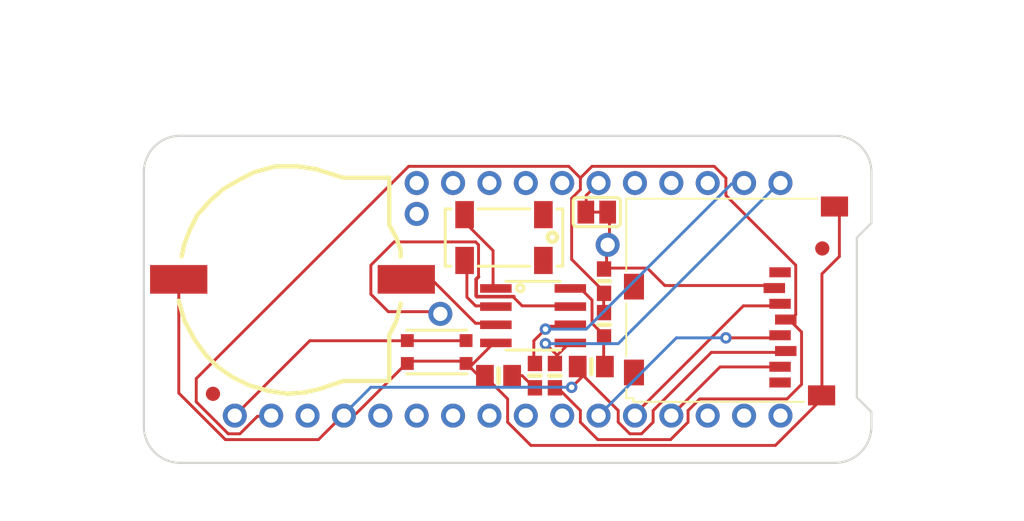
<source format=kicad_pcb>
(kicad_pcb (version 20171130) (host pcbnew "(5.1.2-1)-1")

  (general
    (thickness 1.6)
    (drawings 19)
    (tracks 186)
    (zones 0)
    (modules 19)
    (nets 35)
  )

  (page A4)
  (layers
    (0 Top signal)
    (31 Bottom signal)
    (32 B.Adhes user)
    (33 F.Adhes user)
    (34 B.Paste user)
    (35 F.Paste user)
    (36 B.SilkS user)
    (37 F.SilkS user)
    (38 B.Mask user)
    (39 F.Mask user)
    (40 Dwgs.User user)
    (41 Cmts.User user)
    (42 Eco1.User user)
    (43 Eco2.User user)
    (44 Edge.Cuts user)
    (45 Margin user)
    (46 B.CrtYd user)
    (47 F.CrtYd user)
    (48 B.Fab user)
    (49 F.Fab user)
  )

  (setup
    (last_trace_width 0.25)
    (trace_clearance 0.2)
    (zone_clearance 0.508)
    (zone_45_only no)
    (trace_min 0.2)
    (via_size 0.8)
    (via_drill 0.4)
    (via_min_size 0.4)
    (via_min_drill 0.3)
    (uvia_size 0.3)
    (uvia_drill 0.1)
    (uvias_allowed no)
    (uvia_min_size 0.2)
    (uvia_min_drill 0.1)
    (edge_width 0.05)
    (segment_width 0.2)
    (pcb_text_width 0.3)
    (pcb_text_size 1.5 1.5)
    (mod_edge_width 0.12)
    (mod_text_size 1 1)
    (mod_text_width 0.15)
    (pad_size 1.524 1.524)
    (pad_drill 0.762)
    (pad_to_mask_clearance 0.051)
    (solder_mask_min_width 0.25)
    (aux_axis_origin 0 0)
    (visible_elements FFFFEF7F)
    (pcbplotparams
      (layerselection 0x010fc_ffffffff)
      (usegerberextensions false)
      (usegerberattributes false)
      (usegerberadvancedattributes false)
      (creategerberjobfile false)
      (excludeedgelayer true)
      (linewidth 0.100000)
      (plotframeref false)
      (viasonmask false)
      (mode 1)
      (useauxorigin false)
      (hpglpennumber 1)
      (hpglpenspeed 20)
      (hpglpendiameter 15.000000)
      (psnegative false)
      (psa4output false)
      (plotreference true)
      (plotvalue true)
      (plotinvisibletext false)
      (padsonsilk false)
      (subtractmaskfromsilk false)
      (outputformat 1)
      (mirror false)
      (drillshape 1)
      (scaleselection 1)
      (outputdirectory ""))
  )

  (net 0 "")
  (net 1 G)
  (net 2 TX)
  (net 3 RX)
  (net 4 F)
  (net 5 E)
  (net 6 D)
  (net 7 C)
  (net 8 B)
  (net 9 A)
  (net 10 AREF)
  (net 11 USB)
  (net 12 N)
  (net 13 M)
  (net 14 L)
  (net 15 J)
  (net 16 I)
  (net 17 H)
  (net 18 SCL)
  (net 19 SDA)
  (net 20 GND)
  (net 21 MOSI)
  (net 22 MISO)
  (net 23 SCK)
  (net 24 +3V3)
  (net 25 SD_CS)
  (net 26 RESET)
  (net 27 N$7)
  (net 28 N$8)
  (net 29 VBAT)
  (net 30 EN)
  (net 31 CR1220)
  (net 32 INT1)
  (net 33 CS)
  (net 34 N$1)

  (net_class Default "This is the default net class."
    (clearance 0.2)
    (trace_width 0.25)
    (via_dia 0.8)
    (via_drill 0.4)
    (uvia_dia 0.3)
    (uvia_drill 0.1)
    (add_net +3V3)
    (add_net A)
    (add_net AREF)
    (add_net B)
    (add_net C)
    (add_net CR1220)
    (add_net CS)
    (add_net D)
    (add_net E)
    (add_net EN)
    (add_net F)
    (add_net G)
    (add_net GND)
    (add_net H)
    (add_net I)
    (add_net INT1)
    (add_net J)
    (add_net L)
    (add_net M)
    (add_net MISO)
    (add_net MOSI)
    (add_net N)
    (add_net N$1)
    (add_net N$7)
    (add_net N$8)
    (add_net RESET)
    (add_net RX)
    (add_net SCK)
    (add_net SCL)
    (add_net SDA)
    (add_net SD_CS)
    (add_net TX)
    (add_net USB)
    (add_net VBAT)
  )

  (module MICROSD (layer Top) (tedit 0) (tstamp 5D7BF619)
    (at 156.8831 112.1156 90)
    (descr "Courtesy: Adafruit Industries")
    (fp_text reference X4 (at 1.18 7.69 90) (layer F.SilkS) hide
      (effects (font (size 0.77216 0.77216) (thickness 0.146304)) (justify left bottom))
    )
    (fp_text value microsd (at 1.18 8.833 90) (layer F.Fab) hide
      (effects (font (size 0.38608 0.38608) (thickness 0.04064)) (justify left bottom))
    )
    (fp_line (start 14.15 -0.1) (end 14.15 13.25) (layer F.SilkS) (width 0.127))
    (fp_line (start 9.1 -0.1) (end 14.15 -0.1) (layer F.SilkS) (width 0.127))
    (fp_line (start 3.15 -0.1) (end 6.85 -0.1) (layer F.SilkS) (width 0.127))
    (fp_line (start -0.05 0.4) (end -0.05 12.35) (layer F.SilkS) (width 0.127))
    (fp_line (start 0.2 0.4) (end -0.05 0.4) (layer F.SilkS) (width 0.127))
    (fp_line (start 0.2 -0.1) (end 0.2 0.4) (layer F.SilkS) (width 0.127))
    (fp_line (start 0.85 -0.1) (end 0.2 -0.1) (layer F.SilkS) (width 0.127))
    (fp_line (start 11.29 19.52) (end 11.29 16.67) (layer F.Fab) (width 0.1))
    (fp_arc (start 10.44 19.52) (end 10.44 20.37) (angle -90) (layer F.Fab) (width 0.1))
    (fp_line (start 1.14 20.37) (end 10.44 20.37) (layer F.Fab) (width 0.1))
    (fp_arc (start 1.14 19.52) (end 0.29 19.52) (angle -90) (layer F.Fab) (width 0.1))
    (fp_line (start 0.29 16.72) (end 0.29 19.52) (layer F.Fab) (width 0.1))
    (fp_arc (start 10.44 16.07) (end 10.44 16.92) (angle -90) (layer F.Fab) (width 0.1))
    (fp_line (start 1.14 16.92) (end 10.44 16.92) (layer F.Fab) (width 0.1))
    (fp_arc (start 1.14 16.07) (end 0.29 16.07) (angle -90) (layer F.Fab) (width 0.1))
    (fp_line (start 0.29 15.92) (end 0.29 16.07) (layer F.Fab) (width 0.1))
    (fp_line (start 11.29 15.42) (end 11.29 14.12) (layer F.Fab) (width 0.1))
    (fp_arc (start 10.54 15.42) (end 10.54 16.17) (angle -90) (layer F.Fab) (width 0.1))
    (fp_line (start 1.09 16.17) (end 10.54 16.17) (layer F.Fab) (width 0.1))
    (fp_arc (start 1.09 15.42) (end 0.34 15.42) (angle -90) (layer F.Fab) (width 0.1))
    (fp_line (start 0.34 14.12) (end 0.34 15.42) (layer F.Fab) (width 0.1))
    (fp_line (start 9.19 11.17) (end 9.19 9.82) (layer F.Fab) (width 0.1))
    (fp_line (start 8.79 11.17) (end 9.19 11.17) (layer F.Fab) (width 0.1))
    (fp_line (start 8.79 9.77) (end 8.79 11.17) (layer F.Fab) (width 0.1))
    (fp_line (start 8.09 10.82) (end 8.09 9.77) (layer F.Fab) (width 0.1))
    (fp_line (start 7.69 10.82) (end 8.09 10.82) (layer F.Fab) (width 0.1))
    (fp_line (start 7.69 9.77) (end 7.69 10.82) (layer F.Fab) (width 0.1))
    (fp_line (start 6.99 11.22) (end 6.99 9.82) (layer F.Fab) (width 0.1))
    (fp_line (start 6.59 11.22) (end 6.99 11.22) (layer F.Fab) (width 0.1))
    (fp_line (start 6.59 9.77) (end 6.59 11.22) (layer F.Fab) (width 0.1))
    (fp_line (start 5.89 11.37) (end 5.54 11.37) (layer F.Fab) (width 0.1))
    (fp_line (start 5.89 9.92) (end 5.89 11.37) (layer F.Fab) (width 0.1))
    (fp_line (start 6.24 9.92) (end 6.24 9.77) (layer F.Fab) (width 0.1))
    (fp_line (start 5.89 9.92) (end 6.24 9.92) (layer F.Fab) (width 0.1))
    (fp_line (start 5.49 9.92) (end 5.89 9.92) (layer F.Fab) (width 0.1))
    (fp_line (start 4.79 11.22) (end 4.79 9.92) (layer F.Fab) (width 0.1))
    (fp_line (start 4.39 11.22) (end 4.79 11.22) (layer F.Fab) (width 0.1))
    (fp_line (start 4.39 9.77) (end 4.39 11.22) (layer F.Fab) (width 0.1))
    (fp_line (start 3.74 11.42) (end 3.74 9.97) (layer F.Fab) (width 0.1))
    (fp_line (start 3.29 11.42) (end 3.74 11.42) (layer F.Fab) (width 0.1))
    (fp_line (start 3.29 9.97) (end 3.29 11.42) (layer F.Fab) (width 0.1))
    (fp_line (start 4.04 9.97) (end 4.04 9.77) (layer F.Fab) (width 0.1))
    (fp_line (start 3.74 9.97) (end 4.04 9.97) (layer F.Fab) (width 0.1))
    (fp_line (start 3.29 9.97) (end 3.74 9.97) (layer F.Fab) (width 0.1))
    (fp_line (start 2.94 9.97) (end 3.29 9.97) (layer F.Fab) (width 0.1))
    (fp_line (start 2.94 9.77) (end 2.94 9.97) (layer F.Fab) (width 0.1))
    (fp_line (start 2.59 11.17) (end 2.59 9.77) (layer F.Fab) (width 0.1))
    (fp_line (start 2.19 11.17) (end 2.59 11.17) (layer F.Fab) (width 0.1))
    (fp_line (start 2.19 9.77) (end 2.19 11.17) (layer F.Fab) (width 0.1))
    (fp_line (start 1.49 11.17) (end 1.49 9.77) (layer F.Fab) (width 0.1))
    (fp_line (start 1.09 11.17) (end 1.49 11.17) (layer F.Fab) (width 0.1))
    (fp_line (start 1.09 9.82) (end 1.09 11.17) (layer F.Fab) (width 0.1))
    (fp_line (start 8.39 0.77) (end 8.39 0.17) (layer F.Fab) (width 0.1))
    (fp_line (start 8.29 0.77) (end 8.39 0.77) (layer F.Fab) (width 0.1))
    (fp_line (start 7.19 0.77) (end 7.19 0.17) (layer F.Fab) (width 0.1))
    (fp_line (start 7.39 0.77) (end 7.19 0.77) (layer F.Fab) (width 0.1))
    (fp_line (start 8.29 0.92) (end 8.54 0.92) (layer F.Fab) (width 0.1))
    (fp_line (start 7.39 0.92) (end 7.09 0.92) (layer F.Fab) (width 0.1))
    (fp_line (start 7.14 5.92) (end 8.44 5.92) (layer F.Fab) (width 0.1))
    (fp_line (start 7.39 0.47) (end 7.14 5.92) (layer F.Fab) (width 0.1))
    (fp_line (start 7.39 0.42) (end 7.39 0.47) (layer F.Fab) (width 0.1))
    (fp_arc (start 7.54 0.47) (end 7.59 0.32) (angle -90) (layer F.Fab) (width 0.1))
    (fp_line (start 7.59 1.27) (end 7.59 0.32) (layer F.Fab) (width 0.1))
    (fp_arc (start 7.84 1.27) (end 7.84 1.52) (angle 90) (layer F.Fab) (width 0.1))
    (fp_line (start 7.79 1.52) (end 7.84 1.52) (layer F.Fab) (width 0.1))
    (fp_arc (start 7.79 1.27) (end 8.04 1.27) (angle 90) (layer F.Fab) (width 0.1))
    (fp_line (start 8.04 0.32) (end 8.04 1.27) (layer F.Fab) (width 0.1))
    (fp_arc (start 8.04 0.52) (end 8.24 0.52) (angle -90) (layer F.Fab) (width 0.1))
    (fp_line (start 8.24 0.57) (end 8.24 0.52) (layer F.Fab) (width 0.1))
    (fp_line (start 8.44 5.92) (end 8.24 0.57) (layer F.Fab) (width 0.1))
    (fp_arc (start 8.59 5.92) (end 8.59 6.07) (angle 90) (layer F.Fab) (width 0.1))
    (fp_arc (start 8.59 5.92) (end 8.74 5.92) (angle 90) (layer F.Fab) (width 0.1))
    (fp_line (start 8.74 5.87) (end 8.74 5.92) (layer F.Fab) (width 0.1))
    (fp_line (start 8.49 -0.03) (end 8.74 5.87) (layer F.Fab) (width 0.1))
    (fp_line (start 7.14 0.12) (end 8.49 0.12) (layer F.Fab) (width 0.1))
    (fp_line (start 6.84 5.92) (end 7.09 -0.03) (layer F.Fab) (width 0.1))
    (fp_arc (start 6.99 5.92) (end 6.99 6.07) (angle 90) (layer F.Fab) (width 0.1))
    (fp_arc (start 6.99 5.92) (end 7.14 5.92) (angle 90) (layer F.Fab) (width 0.1))
    (fp_line (start 2.69 0.77) (end 2.69 0.17) (layer F.Fab) (width 0.1))
    (fp_line (start 2.59 0.77) (end 2.69 0.77) (layer F.Fab) (width 0.1))
    (fp_line (start 1.49 0.77) (end 1.49 0.17) (layer F.Fab) (width 0.1))
    (fp_line (start 1.69 0.77) (end 1.49 0.77) (layer F.Fab) (width 0.1))
    (fp_line (start 2.59 0.92) (end 2.84 0.92) (layer F.Fab) (width 0.1))
    (fp_line (start 1.69 0.92) (end 1.39 0.92) (layer F.Fab) (width 0.1))
    (fp_line (start 1.44 5.92) (end 2.74 5.92) (layer F.Fab) (width 0.1))
    (fp_line (start 1.69 0.47) (end 1.44 5.92) (layer F.Fab) (width 0.1))
    (fp_line (start 1.69 0.42) (end 1.69 0.47) (layer F.Fab) (width 0.1))
    (fp_arc (start 1.84 0.47) (end 1.89 0.32) (angle -90) (layer F.Fab) (width 0.1))
    (fp_line (start 1.89 1.27) (end 1.89 0.32) (layer F.Fab) (width 0.1))
    (fp_arc (start 2.14 1.27) (end 2.14 1.52) (angle 90) (layer F.Fab) (width 0.1))
    (fp_line (start 2.09 1.52) (end 2.14 1.52) (layer F.Fab) (width 0.1))
    (fp_arc (start 2.09 1.27) (end 2.34 1.27) (angle 90) (layer F.Fab) (width 0.1))
    (fp_line (start 2.34 0.32) (end 2.34 1.27) (layer F.Fab) (width 0.1))
    (fp_arc (start 2.34 0.52) (end 2.54 0.52) (angle -90) (layer F.Fab) (width 0.1))
    (fp_line (start 2.54 0.57) (end 2.54 0.52) (layer F.Fab) (width 0.1))
    (fp_line (start 2.74 5.92) (end 2.54 0.57) (layer F.Fab) (width 0.1))
    (fp_arc (start 2.89 5.92) (end 2.89 6.07) (angle 90) (layer F.Fab) (width 0.1))
    (fp_arc (start 2.89 5.92) (end 3.04 5.92) (angle 90) (layer F.Fab) (width 0.1))
    (fp_line (start 3.04 5.87) (end 3.04 5.92) (layer F.Fab) (width 0.1))
    (fp_line (start 2.79 -0.03) (end 3.04 5.87) (layer F.Fab) (width 0.1))
    (fp_line (start 1.44 0.12) (end 2.79 0.12) (layer F.Fab) (width 0.1))
    (fp_line (start 1.14 5.92) (end 1.39 -0.03) (layer F.Fab) (width 0.1))
    (fp_arc (start 1.29 5.92) (end 1.29 6.07) (angle 90) (layer F.Fab) (width 0.1))
    (fp_arc (start 1.29 5.92) (end 1.44 5.92) (angle 90) (layer F.Fab) (width 0.1))
    (fp_line (start 9.99 6.37) (end 9.99 3.87) (layer F.Fab) (width 0.1))
    (fp_arc (start 10.19 6.37) (end 10.19 6.57) (angle 90) (layer F.Fab) (width 0.1))
    (fp_line (start 10.24 6.57) (end 10.19 6.57) (layer F.Fab) (width 0.1))
    (fp_arc (start 10.24 6.32) (end 10.49 6.32) (angle 90) (layer F.Fab) (width 0.1))
    (fp_line (start 10.49 3.87) (end 10.49 6.32) (layer F.Fab) (width 0.1))
    (fp_arc (start 10.29 3.87) (end 10.29 3.67) (angle 90) (layer F.Fab) (width 0.1))
    (fp_line (start 10.19 3.67) (end 10.29 3.67) (layer F.Fab) (width 0.1))
    (fp_arc (start 10.19 3.87) (end 9.99 3.87) (angle 90) (layer F.Fab) (width 0.1))
    (fp_arc (start 1.29 10.12) (end 0.94 10.12) (angle 90) (layer F.Fab) (width 0.1))
    (fp_line (start 0.94 11.22) (end 0.94 10.12) (layer F.Fab) (width 0.1))
    (fp_arc (start 1.29 11.22) (end 1.29 11.57) (angle 90) (layer F.Fab) (width 0.1))
    (fp_line (start 4.49 11.57) (end 1.29 11.57) (layer F.Fab) (width 0.1))
    (fp_arc (start 4.49 11.22) (end 4.84 11.22) (angle 90) (layer F.Fab) (width 0.1))
    (fp_line (start 4.84 10.02) (end 4.84 11.22) (layer F.Fab) (width 0.1))
    (fp_arc (start 4.59 10.02) (end 4.59 9.77) (angle 90) (layer F.Fab) (width 0.1))
    (fp_line (start 4.39 9.77) (end 4.59 9.77) (layer F.Fab) (width 0.1))
    (fp_line (start 4.04 9.77) (end 4.39 9.77) (layer F.Fab) (width 0.1))
    (fp_line (start 2.94 9.77) (end 4.04 9.77) (layer F.Fab) (width 0.1))
    (fp_line (start 2.59 9.77) (end 2.94 9.77) (layer F.Fab) (width 0.1))
    (fp_line (start 2.19 9.77) (end 2.59 9.77) (layer F.Fab) (width 0.1))
    (fp_line (start 1.49 9.77) (end 2.19 9.77) (layer F.Fab) (width 0.1))
    (fp_line (start 1.29 9.77) (end 1.49 9.77) (layer F.Fab) (width 0.1))
    (fp_arc (start 5.74 10.07) (end 5.44 10.07) (angle 90) (layer F.Fab) (width 0.1))
    (fp_line (start 5.44 11.22) (end 5.44 10.07) (layer F.Fab) (width 0.1))
    (fp_arc (start 5.79 11.22) (end 5.79 11.57) (angle 90) (layer F.Fab) (width 0.1))
    (fp_line (start 8.99 11.57) (end 5.79 11.57) (layer F.Fab) (width 0.1))
    (fp_arc (start 8.99 11.22) (end 9.34 11.22) (angle 90) (layer F.Fab) (width 0.1))
    (fp_line (start 9.34 10.07) (end 9.34 11.22) (layer F.Fab) (width 0.1))
    (fp_arc (start 9.04 10.07) (end 9.04 9.77) (angle 90) (layer F.Fab) (width 0.1))
    (fp_line (start 8.79 9.77) (end 9.04 9.77) (layer F.Fab) (width 0.1))
    (fp_line (start 8.09 9.77) (end 8.79 9.77) (layer F.Fab) (width 0.1))
    (fp_line (start 7.69 9.77) (end 8.09 9.77) (layer F.Fab) (width 0.1))
    (fp_line (start 6.59 9.77) (end 7.69 9.77) (layer F.Fab) (width 0.1))
    (fp_line (start 6.24 9.77) (end 6.59 9.77) (layer F.Fab) (width 0.1))
    (fp_line (start 5.74 9.77) (end 6.24 9.77) (layer F.Fab) (width 0.1))
    (fp_line (start 11.94 6.47) (end 14.04 6.47) (layer F.Fab) (width 0.1))
    (fp_arc (start 11.94 6.82) (end 11.59 6.82) (angle 90) (layer F.Fab) (width 0.1))
    (fp_line (start 11.59 8.12) (end 11.59 6.82) (layer F.Fab) (width 0.1))
    (fp_arc (start 11.64 8.12) (end 11.64 8.17) (angle 90) (layer F.Fab) (width 0.1))
    (fp_line (start 11.84 8.37) (end 11.64 8.17) (layer F.Fab) (width 0.1))
    (fp_line (start 11.84 12.32) (end 11.84 8.37) (layer F.Fab) (width 0.1))
    (fp_arc (start 12.04 12.32) (end 12.04 12.52) (angle 90) (layer F.Fab) (width 0.1))
    (fp_line (start 12.09 12.52) (end 12.04 12.52) (layer F.Fab) (width 0.1))
    (fp_arc (start 12.09 12.32) (end 12.29 12.32) (angle 90) (layer F.Fab) (width 0.1))
    (fp_line (start 12.44 8.17) (end 12.29 12.32) (layer F.Fab) (width 0.1))
    (fp_arc (start 12.24 8.17) (end 12.24 7.97) (angle 90) (layer F.Fab) (width 0.1))
    (fp_line (start 12.19 7.97) (end 12.24 7.97) (layer F.Fab) (width 0.1))
    (fp_arc (start 12.19 7.82) (end 12.04 7.82) (angle -90) (layer F.Fab) (width 0.1))
    (fp_line (start 12.04 7.02) (end 12.04 7.82) (layer F.Fab) (width 0.1))
    (fp_arc (start 12.19 7.02) (end 12.19 6.87) (angle -90) (layer F.Fab) (width 0.1))
    (fp_line (start 13.24 6.87) (end 12.19 6.87) (layer F.Fab) (width 0.1))
    (fp_arc (start 13.24 7.02) (end 13.39 7.02) (angle -90) (layer F.Fab) (width 0.1))
    (fp_line (start 13.39 7.72) (end 13.39 7.02) (layer F.Fab) (width 0.1))
    (fp_arc (start 13.14 7.72) (end 13.14 7.97) (angle -90) (layer F.Fab) (width 0.1))
    (fp_arc (start 13.14 8.12) (end 12.99 8.12) (angle 90) (layer F.Fab) (width 0.1))
    (fp_line (start 13.09 12.32) (end 12.99 8.12) (layer F.Fab) (width 0.1))
    (fp_arc (start 13.29 12.32) (end 13.29 12.52) (angle 90) (layer F.Fab) (width 0.1))
    (fp_line (start 14.04 12.52) (end 13.29 12.52) (layer F.Fab) (width 0.1))
    (fp_arc (start 13.74 14.02) (end 13.94 14.02) (angle -90) (layer F.Fab) (width 0.1))
    (fp_arc (start 13.79 14.02) (end 13.79 14.17) (angle -90) (layer F.Fab) (width 0.1))
    (fp_line (start 13.74 14.17) (end 13.79 14.17) (layer F.Fab) (width 0.1))
    (fp_arc (start 13.74 14.32) (end 13.59 14.32) (angle 90) (layer F.Fab) (width 0.1))
    (fp_line (start 13.59 14.62) (end 13.59 14.32) (layer F.Fab) (width 0.1))
    (fp_arc (start 13.74 14.62) (end 13.74 14.77) (angle 90) (layer F.Fab) (width 0.1))
    (fp_line (start 13.79 14.77) (end 13.74 14.77) (layer F.Fab) (width 0.1))
    (fp_arc (start 13.79 14.92) (end 13.94 14.92) (angle -90) (layer F.Fab) (width 0.1))
    (fp_line (start 13.94 15.02) (end 13.94 14.92) (layer F.Fab) (width 0.1))
    (fp_line (start 13.34 13.82) (end 13.34 15.12) (layer F.Fab) (width 0.1))
    (fp_line (start 13.64 13.67) (end 13.64 13.47) (layer F.Fab) (width 0.1))
    (fp_line (start 13.64 13.67) (end 13.79 13.67) (layer F.Fab) (width 0.1))
    (fp_line (start 12.99 13.67) (end 13.64 13.67) (layer F.Fab) (width 0.1))
    (fp_line (start 13.79 13.47) (end 13.79 13.67) (layer F.Fab) (width 0.1))
    (fp_line (start 11.34 14.52) (end 10.84 13.97) (layer F.Fab) (width 0.1))
    (fp_line (start 11.54 14.52) (end 11.34 14.52) (layer F.Fab) (width 0.1))
    (fp_arc (start 11.49 14.92) (end 11.34 14.92) (angle 90) (layer F.Fab) (width 0.1))
    (fp_line (start 11.49 15.07) (end 11.34 14.92) (layer F.Fab) (width 0.1))
    (fp_line (start 10.49 14.92) (end 11.34 14.92) (layer F.Fab) (width 0.1))
    (fp_line (start 10.99 14.72) (end 10.49 14.72) (layer F.Fab) (width 0.1))
    (fp_line (start 10.99 14.72) (end 11.49 14.72) (layer F.Fab) (width 0.1))
    (fp_line (start 10.49 14.22) (end 10.99 14.72) (layer F.Fab) (width 0.1))
    (fp_line (start 10.49 13.87) (end 10.49 14.22) (layer F.Fab) (width 0.1))
    (fp_line (start 10.49 14.52) (end 10.74 14.52) (layer F.Fab) (width 0.1))
    (fp_line (start 10.49 14.72) (end 10.49 14.52) (layer F.Fab) (width 0.1))
    (fp_line (start 10.49 14.92) (end 10.49 14.72) (layer F.Fab) (width 0.1))
    (fp_line (start 10.49 15.12) (end 10.49 14.92) (layer F.Fab) (width 0.1))
    (fp_line (start 9.54 15.12) (end 9.54 13.62) (layer F.Fab) (width 0.1))
    (fp_line (start 10.49 15.12) (end 9.54 15.12) (layer F.Fab) (width 0.1))
    (fp_line (start 11.79 15.12) (end 10.49 15.12) (layer F.Fab) (width 0.1))
    (fp_line (start 14.04 2.32) (end 14.04 -0.03) (layer F.Fab) (width 0.1))
    (fp_line (start 14.09 2.32) (end 14.04 2.32) (layer F.Fab) (width 0.1))
    (fp_line (start 14.09 3.37) (end 14.09 2.32) (layer F.Fab) (width 0.1))
    (fp_line (start 14.04 3.37) (end 14.09 3.37) (layer F.Fab) (width 0.1))
    (fp_line (start 14.04 6.47) (end 14.04 3.37) (layer F.Fab) (width 0.1))
    (fp_line (start 14.04 7.52) (end 14.04 6.47) (layer F.Fab) (width 0.1))
    (fp_line (start 14.09 7.52) (end 14.04 7.52) (layer F.Fab) (width 0.1))
    (fp_line (start 14.09 8.57) (end 14.09 7.52) (layer F.Fab) (width 0.1))
    (fp_line (start 14.04 8.57) (end 14.09 8.57) (layer F.Fab) (width 0.1))
    (fp_line (start 14.04 11.52) (end 14.04 8.57) (layer F.Fab) (width 0.1))
    (fp_line (start 14.09 11.52) (end 14.04 11.52) (layer F.Fab) (width 0.1))
    (fp_line (start 14.09 12.52) (end 14.09 11.52) (layer F.Fab) (width 0.1))
    (fp_line (start 14.04 12.52) (end 14.09 12.52) (layer F.Fab) (width 0.1))
    (fp_line (start 14.04 13.42) (end 14.04 12.52) (layer F.Fab) (width 0.1))
    (fp_line (start 13.14 13.42) (end 14.04 13.42) (layer F.Fab) (width 0.1))
    (fp_arc (start 13.14 13.62) (end 12.94 13.62) (angle 90) (layer F.Fab) (width 0.1))
    (fp_arc (start 13.14 13.62) (end 13.14 13.82) (angle 90) (layer F.Fab) (width 0.1))
    (fp_line (start 13.34 13.82) (end 13.14 13.82) (layer F.Fab) (width 0.1))
    (fp_line (start 13.74 13.82) (end 13.34 13.82) (layer F.Fab) (width 0.1))
    (fp_arc (start 13.74 14.07) (end 13.99 14.07) (angle -90) (layer F.Fab) (width 0.1))
    (fp_line (start 13.99 14.87) (end 13.99 14.07) (layer F.Fab) (width 0.1))
    (fp_arc (start 13.74 14.87) (end 13.94 15.02) (angle -36.869898) (layer F.Fab) (width 0.1))
    (fp_arc (start 13.739999 14.869999) (end 13.74 15.12) (angle -53.130102) (layer F.Fab) (width 0.1))
    (fp_line (start 13.34 15.12) (end 13.74 15.12) (layer F.Fab) (width 0.1))
    (fp_line (start 11.79 15.12) (end 13.34 15.12) (layer F.Fab) (width 0.1))
    (fp_arc (start 11.79 14.87) (end 11.54 14.87) (angle -90) (layer F.Fab) (width 0.1))
    (fp_line (start 11.54 14.52) (end 11.54 14.87) (layer F.Fab) (width 0.1))
    (fp_line (start 11.54 14.27) (end 11.54 14.52) (layer F.Fab) (width 0.1))
    (fp_arc (start 11.44 14.27) (end 11.44 14.17) (angle 90) (layer F.Fab) (width 0.1))
    (fp_arc (start 5.74 29.830621) (end 0.04 14.17) (angle 40) (layer F.Fab) (width 0.1))
    (fp_line (start 0.04 9.42) (end 0.04 14.17) (layer F.Fab) (width 0.1))
    (fp_line (start -0.01 9.42) (end 0.04 9.42) (layer F.Fab) (width 0.1))
    (fp_line (start -0.01 8.12) (end -0.01 9.42) (layer F.Fab) (width 0.1))
    (fp_line (start 0.04 8.12) (end -0.01 8.12) (layer F.Fab) (width 0.1))
    (fp_line (start 0.04 3.07) (end 0.04 8.12) (layer F.Fab) (width 0.1))
    (fp_line (start -0.01 3.07) (end 0.04 3.07) (layer F.Fab) (width 0.1))
    (fp_line (start -0.01 1.72) (end -0.01 3.07) (layer F.Fab) (width 0.1))
    (fp_line (start 0.04 1.72) (end -0.01 1.72) (layer F.Fab) (width 0.1))
    (fp_line (start 0.04 0.47) (end 0.04 1.72) (layer F.Fab) (width 0.1))
    (fp_line (start 0.29 0.47) (end 0.04 0.47) (layer F.Fab) (width 0.1))
    (fp_line (start 0.29 -0.03) (end 0.29 0.47) (layer F.Fab) (width 0.1))
    (fp_line (start 1.39 -0.03) (end 0.29 -0.03) (layer F.Fab) (width 0.1))
    (fp_line (start 2.79 -0.03) (end 1.39 -0.03) (layer F.Fab) (width 0.1))
    (fp_line (start 10.39 -0.03) (end 2.79 -0.03) (layer F.Fab) (width 0.1))
    (fp_line (start 10.39 0.27) (end 10.39 -0.03) (layer F.Fab) (width 0.1))
    (fp_arc (start 10.59 0.27) (end 10.59 0.47) (angle 90) (layer F.Fab) (width 0.1))
    (fp_arc (start 10.59 0.27) (end 10.79 0.27) (angle 90) (layer F.Fab) (width 0.1))
    (fp_line (start 10.79 -0.03) (end 10.79 0.27) (layer F.Fab) (width 0.1))
    (fp_line (start 12.99 -0.03) (end 10.79 -0.03) (layer F.Fab) (width 0.1))
    (fp_line (start 12.99 0.27) (end 12.99 -0.03) (layer F.Fab) (width 0.1))
    (fp_arc (start 13.19 0.27) (end 13.19 0.47) (angle 90) (layer F.Fab) (width 0.1))
    (fp_arc (start 13.19 0.27) (end 13.39 0.27) (angle 90) (layer F.Fab) (width 0.1))
    (fp_line (start 13.39 -0.03) (end 13.39 0.27) (layer F.Fab) (width 0.1))
    (fp_line (start 14.04 -0.03) (end 13.39 -0.03) (layer F.Fab) (width 0.1))
    (pad 1 smd rect (at 9 10.64 90) (size 0.7 1.5) (layers Top F.Paste F.Mask)
      (solder_mask_margin 0.0508))
    (pad 2 smd rect (at 7.9 10.24 90) (size 0.7 1.5) (layers Top F.Paste F.Mask)
      (net 25 SD_CS) (solder_mask_margin 0.0508))
    (pad 3 smd rect (at 6.8 10.64 90) (size 0.7 1.5) (layers Top F.Paste F.Mask)
      (net 21 MOSI) (solder_mask_margin 0.0508))
    (pad 4 smd rect (at 5.7 11.04 90) (size 0.7 1.5) (layers Top F.Paste F.Mask)
      (net 24 +3V3) (solder_mask_margin 0.0508))
    (pad 5 smd rect (at 4.6 10.64 90) (size 0.7 1.5) (layers Top F.Paste F.Mask)
      (net 23 SCK) (solder_mask_margin 0.0508))
    (pad 6 smd rect (at 3.5 11.04 90) (size 0.7 1.5) (layers Top F.Paste F.Mask)
      (net 20 GND) (solder_mask_margin 0.0508))
    (pad 7 smd rect (at 2.4 10.64 90) (size 0.7 1.5) (layers Top F.Paste F.Mask)
      (net 22 MISO) (solder_mask_margin 0.0508))
    (pad 8 smd rect (at 1.3 10.64 90) (size 0.7 1.5) (layers Top F.Paste F.Mask)
      (solder_mask_margin 0.0508))
    (pad CD2 smd rect (at 8 0.44 180) (size 1.4 1.8) (layers Top F.Paste F.Mask)
      (solder_mask_margin 0.0508))
    (pad CD1 smd rect (at 2 0.44 180) (size 1.4 1.8) (layers Top F.Paste F.Mask)
      (solder_mask_margin 0.0508))
    (pad MT2 smd rect (at 13.6 14.44 90) (size 1.4 1.9) (layers Top F.Paste F.Mask)
      (net 20 GND) (solder_mask_margin 0.0508))
    (pad MT1 smd rect (at 0.4 13.54 90) (size 1.4 1.9) (layers Top F.Paste F.Mask)
      (net 20 GND) (solder_mask_margin 0.0508))
  )

  (module BTN_KMR2_4.6X2.8 (layer Top) (tedit 0) (tstamp 5D7BF71E)
    (at 143.5481 108.6866 180)
    (fp_text reference SW1 (at -2.032 -1.778 180) (layer F.SilkS) hide
      (effects (font (size 0.77216 0.77216) (thickness 0.146304)) (justify right top))
    )
    (fp_text value KMR2 (at -2.032 2.159 180) (layer F.Fab) hide
      (effects (font (size 0.38608 0.38608) (thickness 0.04064)) (justify right top))
    )
    (fp_line (start 2.1 1.5254) (end -2.1 1.5254) (layer F.SilkS) (width 0.2032))
    (fp_line (start -2.1 -1.5254) (end 2.1 -1.5254) (layer F.SilkS) (width 0.2032))
    (fp_line (start 1.05 0.8) (end -1.05 0.8) (layer F.Fab) (width 0.2032))
    (fp_arc (start -0.881399 0) (end 1.05 -0.8) (angle 44.999389) (layer F.Fab) (width 0.2032))
    (fp_line (start -1.05 -0.8) (end 1.05 -0.8) (layer F.Fab) (width 0.2032))
    (fp_arc (start 0.881399 0) (end -1.05 0.8) (angle 44.999389) (layer F.Fab) (width 0.2032))
    (fp_line (start -2.1 1.4) (end -2.1 -1.4) (layer F.Fab) (width 0.2032))
    (fp_line (start 2.1 1.4) (end -2.1 1.4) (layer F.Fab) (width 0.2032))
    (fp_line (start 2.1 -1.4) (end 2.1 1.4) (layer F.Fab) (width 0.2032))
    (fp_line (start -2.1 -1.4) (end 2.1 -1.4) (layer F.Fab) (width 0.2032))
    (fp_line (start 0 -0.2) (end 0.3 0.1) (layer F.Fab) (width 0.127))
    (fp_line (start 0 0.4) (end 0 0.3) (layer F.Fab) (width 0.127))
    (fp_line (start 0 -0.4) (end 0 -0.2) (layer F.Fab) (width 0.127))
    (fp_line (start 0 0.4) (end 0.4 0.4) (layer F.Fab) (width 0.127))
    (fp_line (start -0.4 0.4) (end 0 0.4) (layer F.Fab) (width 0.127))
    (fp_line (start 0 -0.4) (end 0.4 -0.4) (layer F.Fab) (width 0.127))
    (fp_line (start -0.4 -0.4) (end 0 -0.4) (layer F.Fab) (width 0.127))
    (pad A' smd rect (at -2.05 -0.8 180) (size 0.9 0.9) (layers Top F.Paste F.Mask)
      (net 20 GND) (solder_mask_margin 0.0508))
    (pad B' smd rect (at -2.05 0.8 180) (size 0.9 0.9) (layers Top F.Paste F.Mask)
      (net 26 RESET) (solder_mask_margin 0.0508))
    (pad B smd rect (at 2.05 0.8 180) (size 0.9 0.9) (layers Top F.Paste F.Mask)
      (net 26 RESET) (solder_mask_margin 0.0508))
    (pad A smd rect (at 2.05 -0.8 180) (size 0.9 0.9) (layers Top F.Paste F.Mask)
      (net 20 GND) (solder_mask_margin 0.0508))
  )

  (module SOIC8_150MIL (layer Top) (tedit 0) (tstamp 5D7BF736)
    (at 150.2791 106.1466 270)
    (descr "<b>Small Outline IC - 150mil Wide</b>")
    (fp_text reference IC1 (at -1.905 -0.381 270) (layer F.SilkS) hide
      (effects (font (size 0.77216 0.77216) (thickness 0.146304)) (justify right top))
    )
    (fp_text value PCF8523T (at -1.905 0.381 270) (layer F.Fab) hide
      (effects (font (size 0.38608 0.38608) (thickness 0.04064)) (justify right top))
    )
    (fp_poly (pts (xy -2.15 -2) (xy -1.66 -2) (xy -1.66 -3.1) (xy -2.15 -3.1)) (layer F.Fab) (width 0))
    (fp_poly (pts (xy -0.88 -2) (xy -0.39 -2) (xy -0.39 -3.1) (xy -0.88 -3.1)) (layer F.Fab) (width 0))
    (fp_poly (pts (xy 0.39 -2) (xy 0.88 -2) (xy 0.88 -3.1) (xy 0.39 -3.1)) (layer F.Fab) (width 0))
    (fp_poly (pts (xy 1.66 -2) (xy 2.15 -2) (xy 2.15 -3.1) (xy 1.66 -3.1)) (layer F.Fab) (width 0))
    (fp_poly (pts (xy 1.66 3.1) (xy 2.15 3.1) (xy 2.15 2) (xy 1.66 2)) (layer F.Fab) (width 0))
    (fp_poly (pts (xy 0.39 3.1) (xy 0.88 3.1) (xy 0.88 2) (xy 0.39 2)) (layer F.Fab) (width 0))
    (fp_poly (pts (xy -0.88 3.1) (xy -0.39 3.1) (xy -0.39 2) (xy -0.88 2)) (layer F.Fab) (width 0))
    (fp_poly (pts (xy -2.15 3.1) (xy -1.66 3.1) (xy -1.66 2) (xy -2.15 2)) (layer F.Fab) (width 0))
    (fp_circle (center -1.9304 0.889) (end -1.6764 0.889) (layer F.SilkS) (width 0.2032))
    (fp_line (start 2.4 -1.9) (end 2.4 1.9) (layer F.SilkS) (width 0.2032))
    (fp_line (start -2.4 1.9) (end -2.4 -1.9) (layer F.SilkS) (width 0.2032))
    (fp_line (start -2.4 -1.9) (end 2.4 -1.9) (layer F.Fab) (width 0.2032))
    (fp_line (start 2.4 1.4) (end -2.4 1.4) (layer F.Fab) (width 0.2032))
    (fp_line (start -2.4 1.4) (end -2.4 -1.9) (layer F.Fab) (width 0.2032))
    (fp_line (start -2.4 1.9) (end -2.4 1.4) (layer F.Fab) (width 0.2032))
    (fp_line (start 2.4 1.9) (end -2.4 1.9) (layer F.Fab) (width 0.2032))
    (fp_line (start 2.4 1.4) (end 2.4 1.9) (layer F.Fab) (width 0.2032))
    (fp_line (start 2.4 -1.9) (end 2.4 1.4) (layer F.Fab) (width 0.2032))
    (pad 5 smd rect (at 1.905 -2.6 270) (size 0.6 2.2) (layers Top F.Paste F.Mask)
      (net 19 SDA) (solder_mask_margin 0.0508))
    (pad 6 smd rect (at 0.635 -2.6 270) (size 0.6 2.2) (layers Top F.Paste F.Mask)
      (net 18 SCL) (solder_mask_margin 0.0508))
    (pad 8 smd rect (at -1.905 -2.6 270) (size 0.6 2.2) (layers Top F.Paste F.Mask)
      (net 34 N$1) (solder_mask_margin 0.0508))
    (pad 4 smd rect (at 1.905 2.6 270) (size 0.6 2.2) (layers Top F.Paste F.Mask)
      (net 20 GND) (solder_mask_margin 0.0508))
    (pad 3 smd rect (at 0.635 2.6 270) (size 0.6 2.2) (layers Top F.Paste F.Mask)
      (net 31 CR1220) (solder_mask_margin 0.0508))
    (pad 1 smd rect (at -1.905 2.6 270) (size 0.6 2.2) (layers Top F.Paste F.Mask)
      (net 27 N$7) (solder_mask_margin 0.0508))
    (pad 7 smd rect (at -0.635 -2.6 270) (size 0.6 2.2) (layers Top F.Paste F.Mask)
      (net 32 INT1) (solder_mask_margin 0.0508))
    (pad 2 smd rect (at -0.635 2.6 270) (size 0.6 2.2) (layers Top F.Paste F.Mask)
      (net 28 N$8) (solder_mask_margin 0.0508))
  )

  (module CRYSTAL_8X3.8 (layer Top) (tedit 0) (tstamp 5D7BF753)
    (at 148.2471 100.6856)
    (descr "<p>8.0x3.8x2.5mm SMT Crystal</p>\n<p>Source: http://www.abracon.com/Resonators/abs25.pdf</p>")
    (fp_text reference Y1 (at -1.9 -2.854) (layer F.SilkS) hide
      (effects (font (size 0.77216 0.77216) (thickness 0.146304)) (justify left bottom))
    )
    (fp_text value 32khz (at -1.9 -2.327) (layer F.Fab) hide
      (effects (font (size 0.38608 0.38608) (thickness 0.04064)) (justify left bottom))
    )
    (fp_circle (center 3.3782 -0.0254) (end 3.701487 -0.0254) (layer F.SilkS) (width 0.3048))
    (fp_line (start 4.1 2) (end 3.7 2) (layer F.SilkS) (width 0.2032))
    (fp_line (start 4.1 -2) (end 4.1 2) (layer F.SilkS) (width 0.2032))
    (fp_line (start 3.7 -2) (end 4.1 -2) (layer F.SilkS) (width 0.2032))
    (fp_line (start -1.8 -2) (end 1.8 -2) (layer F.SilkS) (width 0.2032))
    (fp_line (start -1.8 2) (end 1.8 2) (layer F.SilkS) (width 0.2032))
    (fp_line (start -4.1 2) (end -3.7 2) (layer F.SilkS) (width 0.2032))
    (fp_line (start -4.1 -2) (end -4.1 2) (layer F.SilkS) (width 0.2032))
    (fp_line (start -3.7 -2) (end -4.1 -2) (layer F.SilkS) (width 0.2032))
    (fp_line (start 3.75 1.5) (end -3.25 1.5) (layer F.Fab) (width 0.2032))
    (fp_line (start 3.75 -1.5) (end 3.75 1.5) (layer F.Fab) (width 0.2032))
    (fp_line (start -3.25 -1.5) (end 3.75 -1.5) (layer F.Fab) (width 0.2032))
    (fp_line (start -3.25 1.5) (end -3.25 0.75) (layer F.Fab) (width 0.2032))
    (fp_line (start -4 1.75) (end -3.25 1.5) (layer F.Fab) (width 0.2032))
    (fp_line (start -3.25 -1.5) (end -3.25 -0.75) (layer F.Fab) (width 0.2032))
    (fp_line (start -4 -1.75) (end -3.25 -1.5) (layer F.Fab) (width 0.2032))
    (fp_circle (center -2.75 1.25) (end -2.5 1.25) (layer F.Fab) (width 0.2032))
    (fp_circle (center -2.75 -1.25) (end -2.5 -1.25) (layer F.Fab) (width 0.2032))
    (fp_line (start -2.75 0.5) (end -2.75 1.25) (layer F.Fab) (width 0.2032))
    (fp_line (start -2.75 -0.5) (end -2.75 -1.25) (layer F.Fab) (width 0.2032))
    (fp_line (start -2.75 0.5) (end -2 0.5) (layer F.Fab) (width 0.2032))
    (fp_line (start -3.5 0.5) (end -2.75 0.5) (layer F.Fab) (width 0.2032))
    (fp_line (start -2.75 -0.5) (end -2 -0.5) (layer F.Fab) (width 0.2032))
    (fp_line (start -3.5 -0.5) (end -2.75 -0.5) (layer F.Fab) (width 0.2032))
    (fp_line (start -3.5 0.25) (end -3.5 -0.25) (layer F.Fab) (width 0.2032))
    (fp_line (start -2 0.25) (end -3.5 0.25) (layer F.Fab) (width 0.2032))
    (fp_line (start -2 -0.25) (end -2 0.25) (layer F.Fab) (width 0.2032))
    (fp_line (start -3.5 -0.25) (end -2 -0.25) (layer F.Fab) (width 0.2032))
    (fp_line (start -4 -1.75) (end -4 -1.9) (layer F.Fab) (width 0.2032))
    (fp_line (start -4 1.75) (end -4 -1.75) (layer F.Fab) (width 0.2032))
    (fp_line (start -4 1.9) (end -4 1.75) (layer F.Fab) (width 0.2032))
    (fp_line (start 4 1.9) (end -4 1.9) (layer F.Fab) (width 0.2032))
    (fp_line (start 4 -1.9) (end 4 1.9) (layer F.Fab) (width 0.2032))
    (fp_line (start -4 -1.9) (end 4 -1.9) (layer F.Fab) (width 0.2032))
    (pad P$4 smd rect (at -2.75 -1.6) (size 1.3 1.9) (layers Top F.Paste F.Mask)
      (net 27 N$7) (solder_mask_margin 0.0508))
    (pad P$3 smd rect (at 2.75 -1.6) (size 1.3 1.9) (layers Top F.Paste F.Mask)
      (solder_mask_margin 0.0508))
    (pad P$2 smd rect (at 2.75 1.6) (size 1.3 1.9) (layers Top F.Paste F.Mask)
      (solder_mask_margin 0.0508))
    (pad P$1 smd rect (at -2.75 1.6) (size 1.3 1.9) (layers Top F.Paste F.Mask)
      (net 28 N$8) (solder_mask_margin 0.0508))
  )

  (module 0603-NO (layer Top) (tedit 0) (tstamp 5D7BF77C)
    (at 151.8031 110.3376 270)
    (fp_text reference R1 (at 1.778 0.127 270) (layer F.SilkS) hide
      (effects (font (size 0.77216 0.77216) (thickness 0.146304)) (justify right top))
    )
    (fp_text value 10K (at 1.778 0.762 270) (layer F.Fab) hide
      (effects (font (size 0.38608 0.38608) (thickness 0.04064)) (justify right top))
    )
    (fp_line (start 0 -0.4) (end 0 0.4) (layer F.SilkS) (width 0.3048))
    (fp_poly (pts (xy -0.1999 0.3) (xy 0.1999 0.3) (xy 0.1999 -0.3) (xy -0.1999 -0.3)) (layer F.Adhes) (width 0))
    (fp_poly (pts (xy 0.3302 0.4699) (xy 0.8303 0.4699) (xy 0.8303 -0.4801) (xy 0.3302 -0.4801)) (layer F.Fab) (width 0))
    (fp_poly (pts (xy -0.8382 0.4699) (xy -0.3381 0.4699) (xy -0.3381 -0.4801) (xy -0.8382 -0.4801)) (layer F.Fab) (width 0))
    (fp_line (start -0.356 0.419) (end 0.356 0.419) (layer F.Fab) (width 0.1016))
    (fp_line (start -0.356 -0.432) (end 0.356 -0.432) (layer F.Fab) (width 0.1016))
    (fp_line (start -1.473 0.729) (end -1.473 -0.729) (layer Dwgs.User) (width 0.0508))
    (fp_line (start 1.473 0.729) (end -1.473 0.729) (layer Dwgs.User) (width 0.0508))
    (fp_line (start 1.473 -0.729) (end 1.473 0.729) (layer Dwgs.User) (width 0.0508))
    (fp_line (start -1.473 -0.729) (end 1.473 -0.729) (layer Dwgs.User) (width 0.0508))
    (pad 2 smd rect (at 0.85 0 270) (size 1.075 1) (layers Top F.Paste F.Mask)
      (net 24 +3V3) (solder_mask_margin 0.0508))
    (pad 1 smd rect (at -0.85 0 270) (size 1.075 1) (layers Top F.Paste F.Mask)
      (net 19 SDA) (solder_mask_margin 0.0508))
  )

  (module 0603-NO (layer Top) (tedit 0) (tstamp 5D7BF78B)
    (at 150.4061 110.3376 270)
    (fp_text reference R2 (at 1.778 0.127 270) (layer F.SilkS) hide
      (effects (font (size 0.77216 0.77216) (thickness 0.146304)) (justify right top))
    )
    (fp_text value 10K (at 1.778 0.762 270) (layer F.Fab) hide
      (effects (font (size 0.38608 0.38608) (thickness 0.04064)) (justify right top))
    )
    (fp_line (start 0 -0.4) (end 0 0.4) (layer F.SilkS) (width 0.3048))
    (fp_poly (pts (xy -0.1999 0.3) (xy 0.1999 0.3) (xy 0.1999 -0.3) (xy -0.1999 -0.3)) (layer F.Adhes) (width 0))
    (fp_poly (pts (xy 0.3302 0.4699) (xy 0.8303 0.4699) (xy 0.8303 -0.4801) (xy 0.3302 -0.4801)) (layer F.Fab) (width 0))
    (fp_poly (pts (xy -0.8382 0.4699) (xy -0.3381 0.4699) (xy -0.3381 -0.4801) (xy -0.8382 -0.4801)) (layer F.Fab) (width 0))
    (fp_line (start -0.356 0.419) (end 0.356 0.419) (layer F.Fab) (width 0.1016))
    (fp_line (start -0.356 -0.432) (end 0.356 -0.432) (layer F.Fab) (width 0.1016))
    (fp_line (start -1.473 0.729) (end -1.473 -0.729) (layer Dwgs.User) (width 0.0508))
    (fp_line (start 1.473 0.729) (end -1.473 0.729) (layer Dwgs.User) (width 0.0508))
    (fp_line (start 1.473 -0.729) (end 1.473 0.729) (layer Dwgs.User) (width 0.0508))
    (fp_line (start -1.473 -0.729) (end 1.473 -0.729) (layer Dwgs.User) (width 0.0508))
    (pad 2 smd rect (at 0.85 0 270) (size 1.075 1) (layers Top F.Paste F.Mask)
      (net 24 +3V3) (solder_mask_margin 0.0508))
    (pad 1 smd rect (at -0.85 0 270) (size 1.075 1) (layers Top F.Paste F.Mask)
      (net 18 SCL) (solder_mask_margin 0.0508))
  )

  (module 0603-NO (layer Top) (tedit 0) (tstamp 5D7BF79A)
    (at 155.2321 103.7336 270)
    (fp_text reference R3 (at 1.778 0.127 270) (layer F.SilkS) hide
      (effects (font (size 0.77216 0.77216) (thickness 0.146304)) (justify right top))
    )
    (fp_text value 100K (at 1.778 0.762 270) (layer F.Fab) hide
      (effects (font (size 0.38608 0.38608) (thickness 0.04064)) (justify right top))
    )
    (fp_line (start 0 -0.4) (end 0 0.4) (layer F.SilkS) (width 0.3048))
    (fp_poly (pts (xy -0.1999 0.3) (xy 0.1999 0.3) (xy 0.1999 -0.3) (xy -0.1999 -0.3)) (layer F.Adhes) (width 0))
    (fp_poly (pts (xy 0.3302 0.4699) (xy 0.8303 0.4699) (xy 0.8303 -0.4801) (xy 0.3302 -0.4801)) (layer F.Fab) (width 0))
    (fp_poly (pts (xy -0.8382 0.4699) (xy -0.3381 0.4699) (xy -0.3381 -0.4801) (xy -0.8382 -0.4801)) (layer F.Fab) (width 0))
    (fp_line (start -0.356 0.419) (end 0.356 0.419) (layer F.Fab) (width 0.1016))
    (fp_line (start -0.356 -0.432) (end 0.356 -0.432) (layer F.Fab) (width 0.1016))
    (fp_line (start -1.473 0.729) (end -1.473 -0.729) (layer Dwgs.User) (width 0.0508))
    (fp_line (start 1.473 0.729) (end -1.473 0.729) (layer Dwgs.User) (width 0.0508))
    (fp_line (start 1.473 -0.729) (end 1.473 0.729) (layer Dwgs.User) (width 0.0508))
    (fp_line (start -1.473 -0.729) (end 1.473 -0.729) (layer Dwgs.User) (width 0.0508))
    (pad 2 smd rect (at 0.85 0 270) (size 1.075 1) (layers Top F.Paste F.Mask)
      (net 24 +3V3) (solder_mask_margin 0.0508))
    (pad 1 smd rect (at -0.85 0 270) (size 1.075 1) (layers Top F.Paste F.Mask)
      (net 25 SD_CS) (solder_mask_margin 0.0508))
  )

  (module CR1220-2 (layer Top) (tedit 0) (tstamp 5D7BF7A9)
    (at 133.1341 103.6066)
    (fp_text reference B1 (at -1.602 -0.14) (layer F.SilkS) hide
      (effects (font (size 0.77216 0.77216) (thickness 0.146304)) (justify left bottom))
    )
    (fp_text value cr1220 (at -1.602 0.868) (layer F.Fab) hide
      (effects (font (size 0.38608 0.38608) (thickness 0.04064)) (justify left bottom))
    )
    (fp_line (start 2 -7.7) (end 3.9 -7.1) (layer F.SilkS) (width 0.3048))
    (fp_line (start 2.4 7.6) (end 3.9 7.1) (layer F.SilkS) (width 0.3048))
    (fp_line (start 7.6 2.9) (end 7.9 1.7) (layer F.SilkS) (width 0.3048))
    (fp_line (start 7.1 3.9) (end 7.6 2.9) (layer F.SilkS) (width 0.3048))
    (fp_line (start 7.1 7.1) (end 7.1 3.9) (layer F.SilkS) (width 0.3048))
    (fp_line (start 7.9 -2) (end 7.9 -1.6) (layer F.SilkS) (width 0.3048))
    (fp_line (start 7.6 -2.9) (end 7.9 -2) (layer F.SilkS) (width 0.3048))
    (fp_line (start 7.1 -3.8) (end 7.6 -2.9) (layer F.SilkS) (width 0.3048))
    (fp_line (start 7.1 -7.1) (end 7.1 -3.8) (layer F.SilkS) (width 0.3048))
    (fp_line (start 3.95 7.1) (end 7.1 7.1) (layer F.SilkS) (width 0.3048))
    (fp_line (start 3.95 -7.1) (end 7.1 -7.1) (layer F.SilkS) (width 0.3048))
    (fp_line (start 1.2 7.9) (end 2.5 7.6) (layer F.SilkS) (width 0.3048))
    (fp_line (start 0 8) (end 1.2 7.9) (layer F.SilkS) (width 0.3048))
    (fp_line (start -1.3 7.8) (end 0 8) (layer F.SilkS) (width 0.3048))
    (fp_line (start -2.7 7.4) (end -1.3 7.8) (layer F.SilkS) (width 0.3048))
    (fp_line (start -3.9 6.8) (end -2.7 7.4) (layer F.SilkS) (width 0.3048))
    (fp_line (start -4.9 6.1) (end -3.9 6.8) (layer F.SilkS) (width 0.3048))
    (fp_line (start -5.7 5.3) (end -4.9 6.1) (layer F.SilkS) (width 0.3048))
    (fp_line (start -6.5 4.2) (end -5.7 5.3) (layer F.SilkS) (width 0.3048))
    (fp_line (start -7.2 2.9) (end -6.5 4.2) (layer F.SilkS) (width 0.3048))
    (fp_line (start -7.6 1.5) (end -7.2 2.9) (layer F.SilkS) (width 0.3048))
    (fp_line (start 0.7 -7.9) (end 2 -7.7) (layer F.SilkS) (width 0.3048))
    (fp_line (start -0.8 -7.9) (end 0.7 -7.9) (layer F.SilkS) (width 0.3048))
    (fp_line (start -2.3 -7.5) (end -0.8 -7.9) (layer F.SilkS) (width 0.3048))
    (fp_line (start -3.3 -7) (end -2.3 -7.5) (layer F.SilkS) (width 0.3048))
    (fp_line (start -4.5 -6.3) (end -3.3 -7) (layer F.SilkS) (width 0.3048))
    (fp_line (start -5.4 -5.5) (end -4.5 -6.3) (layer F.SilkS) (width 0.3048))
    (fp_line (start -6.3 -4.5) (end -5.4 -5.5) (layer F.SilkS) (width 0.3048))
    (fp_line (start -6.8 -3.5) (end -6.3 -4.5) (layer F.SilkS) (width 0.3048))
    (fp_line (start -7.2 -2.5) (end -6.8 -3.5) (layer F.SilkS) (width 0.3048))
    (fp_line (start -7.4 -1.6) (end -7.2 -2.5) (layer F.SilkS) (width 0.3048))
    (fp_circle (center 0.2 0) (end 6.7 0) (layer F.Fab) (width 0.3048))
    (fp_circle (center 0.2 0) (end 7.59 0) (layer F.Fab) (width 0.3048))
    (pad + smd rect (at 8.29 0) (size 4 2) (layers Top F.Paste F.Mask)
      (net 31 CR1220) (solder_mask_margin 0.0508))
    (pad - smd rect (at -7.6 0) (size 4 2) (layers Top F.Paste F.Mask)
      (net 20 GND) (solder_mask_margin 0.0508))
    (pad "" np_thru_hole circle (at -3.5 0) (size 1.5 1.5) (drill 1.5) (layers *.Cu *.Mask))
    (pad "" np_thru_hole circle (at 3.95 0) (size 1.5 1.5) (drill 1.5) (layers *.Cu *.Mask))
  )

  (module 0805-NO (layer Top) (tedit 0) (tstamp 5D7BF7D1)
    (at 154.3431 109.7026 180)
    (fp_text reference C1 (at 2.032 0.127 180) (layer F.SilkS) hide
      (effects (font (size 0.77216 0.77216) (thickness 0.146304)) (justify right top))
    )
    (fp_text value 10uF (at 2.032 0.762 180) (layer F.Fab) hide
      (effects (font (size 0.38608 0.38608) (thickness 0.04064)) (justify right top))
    )
    (fp_line (start 0 -0.508) (end 0 0.508) (layer F.SilkS) (width 0.3048))
    (fp_poly (pts (xy 0.3556 0.7239) (xy 1.1057 0.7239) (xy 1.1057 -0.7262) (xy 0.3556 -0.7262)) (layer F.Fab) (width 0))
    (fp_poly (pts (xy -1.0922 0.7239) (xy -0.3421 0.7239) (xy -0.3421 -0.7262) (xy -1.0922 -0.7262)) (layer F.Fab) (width 0))
    (fp_line (start -0.356 0.66) (end 0.381 0.66) (layer F.Fab) (width 0.1016))
    (fp_line (start -0.381 -0.66) (end 0.381 -0.66) (layer F.Fab) (width 0.1016))
    (pad 2 smd rect (at 0.95 0 180) (size 1.24 1.5) (layers Top F.Paste F.Mask)
      (net 20 GND) (solder_mask_margin 0.0508))
    (pad 1 smd rect (at -0.95 0 180) (size 1.24 1.5) (layers Top F.Paste F.Mask)
      (net 34 N$1) (solder_mask_margin 0.0508))
  )

  (module 1X11_ROUND (layer Top) (tedit 0) (tstamp 5D7BF7DB)
    (at 154.8511 96.8756)
    (fp_text reference JP1 (at -14.0462 -1.8288) (layer F.SilkS) hide
      (effects (font (size 0.77216 0.77216) (thickness 0.146304)) (justify left bottom))
    )
    (fp_text value "" (at -13.97 3.175) (layer F.Fab)
      (effects (font (size 0.38608 0.38608) (thickness 0.038608)) (justify left bottom))
    )
    (fp_poly (pts (xy 12.446 0.254) (xy 12.954 0.254) (xy 12.954 -0.254) (xy 12.446 -0.254)) (layer F.Fab) (width 0))
    (fp_poly (pts (xy 9.906 0.254) (xy 10.414 0.254) (xy 10.414 -0.254) (xy 9.906 -0.254)) (layer F.Fab) (width 0))
    (fp_poly (pts (xy -12.954 0.254) (xy -12.446 0.254) (xy -12.446 -0.254) (xy -12.954 -0.254)) (layer F.Fab) (width 0))
    (fp_poly (pts (xy -10.414 0.254) (xy -9.906 0.254) (xy -9.906 -0.254) (xy -10.414 -0.254)) (layer F.Fab) (width 0))
    (fp_poly (pts (xy -7.874 0.254) (xy -7.366 0.254) (xy -7.366 -0.254) (xy -7.874 -0.254)) (layer F.Fab) (width 0))
    (fp_poly (pts (xy -5.334 0.254) (xy -4.826 0.254) (xy -4.826 -0.254) (xy -5.334 -0.254)) (layer F.Fab) (width 0))
    (fp_poly (pts (xy -2.794 0.254) (xy -2.286 0.254) (xy -2.286 -0.254) (xy -2.794 -0.254)) (layer F.Fab) (width 0))
    (fp_poly (pts (xy -0.254 0.254) (xy 0.254 0.254) (xy 0.254 -0.254) (xy -0.254 -0.254)) (layer F.Fab) (width 0))
    (fp_poly (pts (xy 2.286 0.254) (xy 2.794 0.254) (xy 2.794 -0.254) (xy 2.286 -0.254)) (layer F.Fab) (width 0))
    (fp_poly (pts (xy 4.826 0.254) (xy 5.334 0.254) (xy 5.334 -0.254) (xy 4.826 -0.254)) (layer F.Fab) (width 0))
    (fp_poly (pts (xy 7.366 0.254) (xy 7.874 0.254) (xy 7.874 -0.254) (xy 7.366 -0.254)) (layer F.Fab) (width 0))
    (fp_line (start -13.97 -0.635) (end -13.97 0.635) (layer F.Fab) (width 0.2032))
    (pad 11 thru_hole circle (at 12.7 0 90) (size 1.6764 1.6764) (drill 1) (layers *.Cu *.Mask)
      (net 19 SDA) (solder_mask_margin 0.0508))
    (pad 10 thru_hole circle (at 10.16 0 90) (size 1.6764 1.6764) (drill 1) (layers *.Cu *.Mask)
      (net 18 SCL) (solder_mask_margin 0.0508))
    (pad 9 thru_hole circle (at 7.62 0 90) (size 1.6764 1.6764) (drill 1) (layers *.Cu *.Mask)
      (net 17 H) (solder_mask_margin 0.0508))
    (pad 8 thru_hole circle (at 5.08 0 90) (size 1.6764 1.6764) (drill 1) (layers *.Cu *.Mask)
      (net 16 I) (solder_mask_margin 0.0508))
    (pad 7 thru_hole circle (at 2.54 0 90) (size 1.6764 1.6764) (drill 1) (layers *.Cu *.Mask)
      (net 15 J) (solder_mask_margin 0.0508))
    (pad 6 thru_hole circle (at 0 0 90) (size 1.6764 1.6764) (drill 1) (layers *.Cu *.Mask)
      (net 33 CS) (solder_mask_margin 0.0508))
    (pad 5 thru_hole circle (at -2.54 0 90) (size 1.6764 1.6764) (drill 1) (layers *.Cu *.Mask)
      (net 14 L) (solder_mask_margin 0.0508))
    (pad 4 thru_hole circle (at -5.08 0 90) (size 1.6764 1.6764) (drill 1) (layers *.Cu *.Mask)
      (net 13 M) (solder_mask_margin 0.0508))
    (pad 3 thru_hole circle (at -7.62 0 90) (size 1.6764 1.6764) (drill 1) (layers *.Cu *.Mask)
      (net 12 N) (solder_mask_margin 0.0508))
    (pad 2 thru_hole circle (at -10.16 0 90) (size 1.6764 1.6764) (drill 1) (layers *.Cu *.Mask)
      (net 11 USB) (solder_mask_margin 0.0508))
    (pad 1 thru_hole circle (at -12.7 0 90) (size 1.6764 1.6764) (drill 1) (layers *.Cu *.Mask)
      (net 30 EN) (solder_mask_margin 0.0508))
  )

  (module 1X16_ROUND (layer Top) (tedit 0) (tstamp 5D7BF7F5)
    (at 148.5011 113.1316 180)
    (descr "<b>PIN HEADER</b>")
    (fp_text reference JP2 (at -20.3962 -1.8288 180) (layer F.SilkS) hide
      (effects (font (size 0.77216 0.77216) (thickness 0.146304)) (justify right top))
    )
    (fp_text value "" (at -20.32 3.175) (layer F.Fab)
      (effects (font (size 0.38608 0.38608) (thickness 0.038608)) (justify right top))
    )
    (fp_poly (pts (xy 18.796 0.254) (xy 19.304 0.254) (xy 19.304 -0.254) (xy 18.796 -0.254)) (layer F.Fab) (width 0))
    (fp_poly (pts (xy -19.304 0.254) (xy -18.796 0.254) (xy -18.796 -0.254) (xy -19.304 -0.254)) (layer F.Fab) (width 0))
    (fp_poly (pts (xy -16.764 0.254) (xy -16.256 0.254) (xy -16.256 -0.254) (xy -16.764 -0.254)) (layer F.Fab) (width 0))
    (fp_poly (pts (xy -14.224 0.254) (xy -13.716 0.254) (xy -13.716 -0.254) (xy -14.224 -0.254)) (layer F.Fab) (width 0))
    (fp_poly (pts (xy -11.684 0.254) (xy -11.176 0.254) (xy -11.176 -0.254) (xy -11.684 -0.254)) (layer F.Fab) (width 0))
    (fp_poly (pts (xy -9.144 0.254) (xy -8.636 0.254) (xy -8.636 -0.254) (xy -9.144 -0.254)) (layer F.Fab) (width 0))
    (fp_poly (pts (xy -6.604 0.254) (xy -6.096 0.254) (xy -6.096 -0.254) (xy -6.604 -0.254)) (layer F.Fab) (width 0))
    (fp_poly (pts (xy -4.064 0.254) (xy -3.556 0.254) (xy -3.556 -0.254) (xy -4.064 -0.254)) (layer F.Fab) (width 0))
    (fp_poly (pts (xy -1.524 0.254) (xy -1.016 0.254) (xy -1.016 -0.254) (xy -1.524 -0.254)) (layer F.Fab) (width 0))
    (fp_poly (pts (xy 1.016 0.254) (xy 1.524 0.254) (xy 1.524 -0.254) (xy 1.016 -0.254)) (layer F.Fab) (width 0))
    (fp_poly (pts (xy 3.556 0.254) (xy 4.064 0.254) (xy 4.064 -0.254) (xy 3.556 -0.254)) (layer F.Fab) (width 0))
    (fp_poly (pts (xy 6.096 0.254) (xy 6.604 0.254) (xy 6.604 -0.254) (xy 6.096 -0.254)) (layer F.Fab) (width 0))
    (fp_poly (pts (xy 8.636 0.254) (xy 9.144 0.254) (xy 9.144 -0.254) (xy 8.636 -0.254)) (layer F.Fab) (width 0))
    (fp_poly (pts (xy 11.176 0.254) (xy 11.684 0.254) (xy 11.684 -0.254) (xy 11.176 -0.254)) (layer F.Fab) (width 0))
    (fp_poly (pts (xy 13.716 0.254) (xy 14.224 0.254) (xy 14.224 -0.254) (xy 13.716 -0.254)) (layer F.Fab) (width 0))
    (fp_poly (pts (xy 16.256 0.254) (xy 16.764 0.254) (xy 16.764 -0.254) (xy 16.256 -0.254)) (layer F.Fab) (width 0))
    (fp_line (start -20.32 -0.635) (end -20.32 0.635) (layer F.Fab) (width 0.2032))
    (pad 16 thru_hole circle (at 19.05 0 270) (size 1.6764 1.6764) (drill 1) (layers *.Cu *.Mask)
      (net 26 RESET) (solder_mask_margin 0.0508))
    (pad 15 thru_hole circle (at 16.51 0 270) (size 1.6764 1.6764) (drill 1) (layers *.Cu *.Mask)
      (net 24 +3V3) (solder_mask_margin 0.0508))
    (pad 14 thru_hole circle (at 13.97 0 270) (size 1.6764 1.6764) (drill 1) (layers *.Cu *.Mask)
      (net 10 AREF) (solder_mask_margin 0.0508))
    (pad 13 thru_hole circle (at 11.43 0 270) (size 1.6764 1.6764) (drill 1) (layers *.Cu *.Mask)
      (net 20 GND) (solder_mask_margin 0.0508))
    (pad 12 thru_hole circle (at 8.89 0 270) (size 1.6764 1.6764) (drill 1) (layers *.Cu *.Mask)
      (net 9 A) (solder_mask_margin 0.0508))
    (pad 11 thru_hole circle (at 6.35 0 270) (size 1.6764 1.6764) (drill 1) (layers *.Cu *.Mask)
      (net 8 B) (solder_mask_margin 0.0508))
    (pad 10 thru_hole circle (at 3.81 0 270) (size 1.6764 1.6764) (drill 1) (layers *.Cu *.Mask)
      (net 7 C) (solder_mask_margin 0.0508))
    (pad 9 thru_hole circle (at 1.27 0 270) (size 1.6764 1.6764) (drill 1) (layers *.Cu *.Mask)
      (net 6 D) (solder_mask_margin 0.0508))
    (pad 8 thru_hole circle (at -1.27 0 270) (size 1.6764 1.6764) (drill 1) (layers *.Cu *.Mask)
      (net 5 E) (solder_mask_margin 0.0508))
    (pad 7 thru_hole circle (at -3.81 0 270) (size 1.6764 1.6764) (drill 1) (layers *.Cu *.Mask)
      (net 4 F) (solder_mask_margin 0.0508))
    (pad 6 thru_hole circle (at -6.35 0 270) (size 1.6764 1.6764) (drill 1) (layers *.Cu *.Mask)
      (net 23 SCK) (solder_mask_margin 0.0508))
    (pad 5 thru_hole circle (at -8.89 0 270) (size 1.6764 1.6764) (drill 1) (layers *.Cu *.Mask)
      (net 21 MOSI) (solder_mask_margin 0.0508))
    (pad 4 thru_hole circle (at -11.43 0 270) (size 1.6764 1.6764) (drill 1) (layers *.Cu *.Mask)
      (net 22 MISO) (solder_mask_margin 0.0508))
    (pad 3 thru_hole circle (at -13.97 0 270) (size 1.6764 1.6764) (drill 1) (layers *.Cu *.Mask)
      (net 3 RX) (solder_mask_margin 0.0508))
    (pad 2 thru_hole circle (at -16.51 0 270) (size 1.6764 1.6764) (drill 1) (layers *.Cu *.Mask)
      (net 2 TX) (solder_mask_margin 0.0508))
    (pad 1 thru_hole circle (at -19.05 0 270) (size 1.6764 1.6764) (drill 1) (layers *.Cu *.Mask)
      (net 1 G) (solder_mask_margin 0.0508))
  )

  (module 1X01_ROUND (layer Top) (tedit 0) (tstamp 5D7BF819)
    (at 142.1511 99.0346)
    (fp_text reference JP3 (at -1.3462 -1.8288) (layer F.SilkS) hide
      (effects (font (size 0.77216 0.77216) (thickness 0.146304)) (justify left bottom))
    )
    (fp_text value "" (at -1.27 3.175) (layer F.Fab)
      (effects (font (size 0.38608 0.38608) (thickness 0.038608)) (justify left bottom))
    )
    (fp_poly (pts (xy -0.254 0.254) (xy 0.254 0.254) (xy 0.254 -0.254) (xy -0.254 -0.254)) (layer F.Fab) (width 0))
    (pad 1 thru_hole circle (at 0 0 90) (size 1.6764 1.6764) (drill 1) (layers *.Cu *.Mask)
      (net 29 VBAT) (solder_mask_margin 0.0508))
  )

  (module 1X01_ROUND (layer Top) (tedit 0) (tstamp 5D7BF81E)
    (at 155.4861 101.1936)
    (fp_text reference SDCS (at -1.3462 -1.8288) (layer F.SilkS) hide
      (effects (font (size 0.77216 0.77216) (thickness 0.146304)) (justify left bottom))
    )
    (fp_text value "" (at -1.27 3.175) (layer F.Fab)
      (effects (font (size 0.38608 0.38608) (thickness 0.038608)) (justify left bottom))
    )
    (fp_poly (pts (xy -0.254 0.254) (xy 0.254 0.254) (xy 0.254 -0.254) (xy -0.254 -0.254)) (layer F.Fab) (width 0))
    (pad 1 thru_hole circle (at 0 0 90) (size 1.6764 1.6764) (drill 1) (layers *.Cu *.Mask)
      (net 25 SD_CS) (solder_mask_margin 0.0508))
  )

  (module SOLDERJUMPER_CLOSEDWIRE (layer Top) (tedit 0) (tstamp 5D7BF823)
    (at 154.7241 98.9076)
    (fp_text reference SJ1 (at -1.651 -1.27) (layer F.SilkS) hide
      (effects (font (size 0.77216 0.77216) (thickness 0.146304)) (justify left bottom))
    )
    (fp_text value "" (at -1.524 1.651) (layer F.Fab)
      (effects (font (size 0.38608 0.38608) (thickness 0.038608)) (justify left bottom))
    )
    (fp_poly (pts (xy -1.27 -0.762) (xy 1.27 -0.762) (xy 1.27 0.762) (xy -1.27 0.762)) (layer F.Mask) (width 0))
    (fp_arc (start 0.254 0) (end 0.254 -0.127) (angle 180) (layer F.Fab) (width 1.27))
    (fp_arc (start -0.254 0) (end -0.254 0.127) (angle 180) (layer F.Fab) (width 1.27))
    (fp_line (start -1.016 0) (end -1.524 0) (layer F.Fab) (width 0.2032))
    (fp_line (start 1.016 0) (end 1.524 0) (layer F.Fab) (width 0.2032))
    (fp_line (start -1.397 -1.016) (end 1.397 -1.016) (layer F.SilkS) (width 0.2032))
    (fp_line (start -1.651 0.762) (end -1.651 -0.762) (layer F.SilkS) (width 0.2032))
    (fp_line (start 1.651 0.762) (end 1.651 -0.762) (layer F.SilkS) (width 0.2032))
    (fp_arc (start 1.397 0.762) (end 1.397 1.016) (angle -90) (layer F.SilkS) (width 0.2032))
    (fp_arc (start -1.397 0.762) (end -1.651 0.762) (angle -90) (layer F.SilkS) (width 0.2032))
    (fp_arc (start -1.397 -0.762) (end -1.651 -0.762) (angle 90) (layer F.SilkS) (width 0.2032))
    (fp_arc (start 1.397 -0.762) (end 1.397 -1.016) (angle 90) (layer F.SilkS) (width 0.2032))
    (fp_line (start 1.397 1.016) (end -1.397 1.016) (layer F.SilkS) (width 0.2032))
    (pad WIRE smd rect (at 0 0) (size 0.635 0.2032) (layers Top F.Mask)
      (solder_mask_margin 0.0508))
    (pad 2 smd rect (at 0.762 0) (size 1.1684 1.6002) (layers Top F.Mask)
      (net 25 SD_CS) (solder_mask_margin 0.0508))
    (pad 1 smd rect (at -0.762 0) (size 1.1684 1.6002) (layers Top F.Mask)
      (net 33 CS) (solder_mask_margin 0.0508))
  )

  (module 1X01_ROUND (layer Top) (tedit 0) (tstamp 5D7BF836)
    (at 143.8021 106.0196)
    (fp_text reference INT1 (at -1.3462 -1.8288) (layer F.SilkS) hide
      (effects (font (size 0.77216 0.77216) (thickness 0.146304)) (justify left bottom))
    )
    (fp_text value "" (at -1.27 3.175) (layer F.Fab)
      (effects (font (size 0.38608 0.38608) (thickness 0.038608)) (justify left bottom))
    )
    (fp_poly (pts (xy -0.254 0.254) (xy 0.254 0.254) (xy 0.254 -0.254) (xy -0.254 -0.254)) (layer F.Fab) (width 0))
    (pad 1 thru_hole circle (at 0 0 90) (size 1.6764 1.6764) (drill 1) (layers *.Cu *.Mask)
      (net 32 INT1) (solder_mask_margin 0.0508))
  )

  (module FIDUCIAL_1MM (layer Top) (tedit 0) (tstamp 5D7BF83B)
    (at 170.4721 101.4476)
    (fp_text reference FID1 (at 0 0) (layer F.SilkS) hide
      (effects (font (size 1.27 1.27) (thickness 0.15)))
    )
    (fp_text value FIDUCIAL_1MM (at 0 0) (layer F.SilkS) hide
      (effects (font (size 1.27 1.27) (thickness 0.15)))
    )
    (fp_arc (start 0 0) (end 0 0.75) (angle 90) (layer Dwgs.User) (width 0.5))
    (fp_arc (start 0 0) (end 0.75 0) (angle 90) (layer Dwgs.User) (width 0.5))
    (fp_arc (start 0 0) (end 0 -0.75) (angle 90) (layer Dwgs.User) (width 0.5))
    (fp_arc (start 0 0) (end -0.75 0) (angle 90) (layer Dwgs.User) (width 0.5))
    (fp_arc (start 0 0) (end 0 0.75) (angle 90) (layer Dwgs.User) (width 0.5))
    (fp_arc (start 0 0) (end 0.75 0) (angle 90) (layer Dwgs.User) (width 0.5))
    (fp_arc (start 0 0) (end 0 -0.75) (angle 90) (layer Dwgs.User) (width 0.5))
    (fp_arc (start 0 0) (end -0.75 0) (angle 90) (layer Dwgs.User) (width 0.5))
    (fp_arc (start 0 0) (end 0 0.75) (angle 90) (layer F.Mask) (width 0.5))
    (fp_arc (start 0 0) (end 0.75 0) (angle 90) (layer F.Mask) (width 0.5))
    (fp_arc (start 0 0) (end 0 -0.75) (angle 90) (layer F.Mask) (width 0.5))
    (fp_arc (start 0 0) (end -0.75 0) (angle 90) (layer F.Mask) (width 0.5))
    (pad 1 smd roundrect (at 0 0) (size 1 1) (layers Top F.Mask) (roundrect_rratio 0.5)
      (solder_mask_margin 0.0508))
  )

  (module FIDUCIAL_1MM (layer Top) (tedit 0) (tstamp 5D7BF84B)
    (at 127.9271 111.6076)
    (fp_text reference FID2 (at 0 0) (layer F.SilkS) hide
      (effects (font (size 1.27 1.27) (thickness 0.15)))
    )
    (fp_text value FIDUCIAL_1MM (at 0 0) (layer F.SilkS) hide
      (effects (font (size 1.27 1.27) (thickness 0.15)))
    )
    (fp_arc (start 0 0) (end 0 0.75) (angle 90) (layer Dwgs.User) (width 0.5))
    (fp_arc (start 0 0) (end 0.75 0) (angle 90) (layer Dwgs.User) (width 0.5))
    (fp_arc (start 0 0) (end 0 -0.75) (angle 90) (layer Dwgs.User) (width 0.5))
    (fp_arc (start 0 0) (end -0.75 0) (angle 90) (layer Dwgs.User) (width 0.5))
    (fp_arc (start 0 0) (end 0 0.75) (angle 90) (layer Dwgs.User) (width 0.5))
    (fp_arc (start 0 0) (end 0.75 0) (angle 90) (layer Dwgs.User) (width 0.5))
    (fp_arc (start 0 0) (end 0 -0.75) (angle 90) (layer Dwgs.User) (width 0.5))
    (fp_arc (start 0 0) (end -0.75 0) (angle 90) (layer Dwgs.User) (width 0.5))
    (fp_arc (start 0 0) (end 0 0.75) (angle 90) (layer F.Mask) (width 0.5))
    (fp_arc (start 0 0) (end 0.75 0) (angle 90) (layer F.Mask) (width 0.5))
    (fp_arc (start 0 0) (end 0 -0.75) (angle 90) (layer F.Mask) (width 0.5))
    (fp_arc (start 0 0) (end -0.75 0) (angle 90) (layer F.Mask) (width 0.5))
    (pad 1 smd roundrect (at 0 0) (size 1 1) (layers Top F.Mask) (roundrect_rratio 0.5)
      (solder_mask_margin 0.0508))
  )

  (module 0603-NO (layer Top) (tedit 0) (tstamp 5D7BF85B)
    (at 155.2321 106.7816 270)
    (fp_text reference R4 (at 1.778 0.127 270) (layer F.SilkS) hide
      (effects (font (size 0.77216 0.77216) (thickness 0.146304)) (justify right top))
    )
    (fp_text value 1K (at 1.778 0.762 270) (layer F.Fab) hide
      (effects (font (size 0.38608 0.38608) (thickness 0.04064)) (justify right top))
    )
    (fp_line (start 0 -0.4) (end 0 0.4) (layer F.SilkS) (width 0.3048))
    (fp_poly (pts (xy -0.1999 0.3) (xy 0.1999 0.3) (xy 0.1999 -0.3) (xy -0.1999 -0.3)) (layer F.Adhes) (width 0))
    (fp_poly (pts (xy 0.3302 0.4699) (xy 0.8303 0.4699) (xy 0.8303 -0.4801) (xy 0.3302 -0.4801)) (layer F.Fab) (width 0))
    (fp_poly (pts (xy -0.8382 0.4699) (xy -0.3381 0.4699) (xy -0.3381 -0.4801) (xy -0.8382 -0.4801)) (layer F.Fab) (width 0))
    (fp_line (start -0.356 0.419) (end 0.356 0.419) (layer F.Fab) (width 0.1016))
    (fp_line (start -0.356 -0.432) (end 0.356 -0.432) (layer F.Fab) (width 0.1016))
    (fp_line (start -1.473 0.729) (end -1.473 -0.729) (layer Dwgs.User) (width 0.0508))
    (fp_line (start 1.473 0.729) (end -1.473 0.729) (layer Dwgs.User) (width 0.0508))
    (fp_line (start 1.473 -0.729) (end 1.473 0.729) (layer Dwgs.User) (width 0.0508))
    (fp_line (start -1.473 -0.729) (end 1.473 -0.729) (layer Dwgs.User) (width 0.0508))
    (pad 2 smd rect (at 0.85 0 270) (size 1.075 1) (layers Top F.Paste F.Mask)
      (net 34 N$1) (solder_mask_margin 0.0508))
    (pad 1 smd rect (at -0.85 0 270) (size 1.075 1) (layers Top F.Paste F.Mask)
      (net 24 +3V3) (solder_mask_margin 0.0508))
  )

  (module 0805-NO (layer Top) (tedit 0) (tstamp 5D7BF86A)
    (at 147.8661 110.3376 180)
    (fp_text reference C2 (at 2.032 0.127 180) (layer F.SilkS) hide
      (effects (font (size 0.77216 0.77216) (thickness 0.146304)) (justify right top))
    )
    (fp_text value 10uF (at 2.032 0.762 180) (layer F.Fab) hide
      (effects (font (size 0.38608 0.38608) (thickness 0.04064)) (justify right top))
    )
    (fp_line (start 0 -0.508) (end 0 0.508) (layer F.SilkS) (width 0.3048))
    (fp_poly (pts (xy 0.3556 0.7239) (xy 1.1057 0.7239) (xy 1.1057 -0.7262) (xy 0.3556 -0.7262)) (layer F.Fab) (width 0))
    (fp_poly (pts (xy -1.0922 0.7239) (xy -0.3421 0.7239) (xy -0.3421 -0.7262) (xy -1.0922 -0.7262)) (layer F.Fab) (width 0))
    (fp_line (start -0.356 0.66) (end 0.381 0.66) (layer F.Fab) (width 0.1016))
    (fp_line (start -0.381 -0.66) (end 0.381 -0.66) (layer F.Fab) (width 0.1016))
    (pad 2 smd rect (at 0.95 0 180) (size 1.24 1.5) (layers Top F.Paste F.Mask)
      (net 20 GND) (solder_mask_margin 0.0508))
    (pad 1 smd rect (at -0.95 0 180) (size 1.24 1.5) (layers Top F.Paste F.Mask)
      (net 24 +3V3) (solder_mask_margin 0.0508))
  )

  (gr_arc (start 171.3611 96.1136) (end 171.3611 93.5736) (angle 90) (layer Edge.Cuts) (width 0.15) (tstamp 1C80A80))
  (gr_line (start 173.9011 96.1136) (end 173.9011 99.6696) (layer Edge.Cuts) (width 0.15) (tstamp 1C80780))
  (gr_line (start 173.9011 99.6696) (end 172.8851 100.6856) (layer Edge.Cuts) (width 0.15) (tstamp 1C82580))
  (gr_line (start 172.8851 100.6856) (end 172.8851 111.8616) (layer Edge.Cuts) (width 0.15) (tstamp 1C81F80))
  (gr_line (start 172.8851 111.8616) (end 173.9011 112.8776) (layer Edge.Cuts) (width 0.15) (tstamp 5CB1140))
  (gr_line (start 173.9011 112.8776) (end 173.9011 113.8936) (layer Edge.Cuts) (width 0.15) (tstamp 5CB3F00))
  (gr_arc (start 171.3611 113.8936) (end 173.9011 113.8936) (angle 90) (layer Edge.Cuts) (width 0.15) (tstamp 5CB2340))
  (gr_line (start 171.3611 116.4336) (end 125.6411 116.4336) (layer Edge.Cuts) (width 0.15) (tstamp 5CB1200))
  (gr_arc (start 125.6411 113.8936) (end 125.6411 116.4336) (angle 90) (layer Edge.Cuts) (width 0.15) (tstamp 5CB33C0))
  (gr_line (start 123.1011 113.8936) (end 123.1011 96.1136) (layer Edge.Cuts) (width 0.15) (tstamp 5CB06C0))
  (gr_arc (start 125.6411 96.1136) (end 123.1011 96.1136) (angle 90) (layer Edge.Cuts) (width 0.15) (tstamp 5CB2E80))
  (gr_line (start 171.3611 93.5736) (end 125.6411 93.5736) (layer Edge.Cuts) (width 0.15) (tstamp 5CB00C0))
  (dimension 22.86 (width 0.1) (layer Dwgs.User)
    (gr_text "22.860 mm" (at 116.7711 105.0036 90) (layer Dwgs.User)
      (effects (font (size 1 1) (thickness 0.15)))
    )
    (feature1 (pts (xy 147.0406 93.5736) (xy 117.434679 93.5736)))
    (feature2 (pts (xy 147.0406 116.4336) (xy 117.434679 116.4336)))
    (crossbar (pts (xy 118.0211 116.4336) (xy 118.0211 93.5736)))
    (arrow1a (pts (xy 118.0211 93.5736) (xy 118.607521 94.700104)))
    (arrow1b (pts (xy 118.0211 93.5736) (xy 117.434679 94.700104)))
    (arrow2a (pts (xy 118.0211 116.4336) (xy 118.607521 115.307096)))
    (arrow2b (pts (xy 118.0211 116.4336) (xy 117.434679 115.307096)))
  )
  (dimension 17.653 (width 0.1) (layer Dwgs.User)
    (gr_text "17.653 mm" (at 120.2001 105.0671 90) (layer Dwgs.User)
      (effects (font (size 1 1) (thickness 0.15)))
    )
    (feature1 (pts (xy 125.6411 96.2406) (xy 120.863679 96.2406)))
    (feature2 (pts (xy 125.6411 113.8936) (xy 120.863679 113.8936)))
    (crossbar (pts (xy 121.4501 113.8936) (xy 121.4501 96.2406)))
    (arrow1a (pts (xy 121.4501 96.2406) (xy 122.036521 97.367104)))
    (arrow1b (pts (xy 121.4501 96.2406) (xy 120.863679 97.367104)))
    (arrow2a (pts (xy 121.4501 113.8936) (xy 122.036521 112.767096)))
    (arrow2b (pts (xy 121.4501 113.8936) (xy 120.863679 112.767096)))
  )
  (dimension 50.8 (width 0.1) (layer Dwgs.User)
    (gr_text "50.800 mm" (at 148.5011 84.8306) (layer Dwgs.User)
      (effects (font (size 1 1) (thickness 0.15)))
    )
    (feature1 (pts (xy 173.9011 102.8446) (xy 173.9011 85.494179)))
    (feature2 (pts (xy 123.1011 102.8446) (xy 123.1011 85.494179)))
    (crossbar (pts (xy 123.1011 86.0806) (xy 173.9011 86.0806)))
    (arrow1a (pts (xy 173.9011 86.0806) (xy 172.774596 86.667021)))
    (arrow1b (pts (xy 173.9011 86.0806) (xy 172.774596 85.494179)))
    (arrow2a (pts (xy 123.1011 86.0806) (xy 124.227604 86.667021)))
    (arrow2b (pts (xy 123.1011 86.0806) (xy 124.227604 85.494179)))
  )
  (dimension 45.72 (width 0.1) (layer Dwgs.User)
    (gr_text "45.720 mm" (at 148.5011 88.7676) (layer Dwgs.User)
      (effects (font (size 1 1) (thickness 0.15)))
    )
    (feature1 (pts (xy 171.3611 96.1771) (xy 171.3611 89.431179)))
    (feature2 (pts (xy 125.6411 96.1771) (xy 125.6411 89.431179)))
    (crossbar (pts (xy 125.6411 90.0176) (xy 171.3611 90.0176)))
    (arrow1a (pts (xy 171.3611 90.0176) (xy 170.234596 90.604021)))
    (arrow1b (pts (xy 171.3611 90.0176) (xy 170.234596 89.431179)))
    (arrow2a (pts (xy 125.6411 90.0176) (xy 126.767604 90.604021)))
    (arrow2b (pts (xy 125.6411 90.0176) (xy 126.767604 89.431179)))
  )
  (dimension 2.413 (width 0.1) (layer Dwgs.User)
    (gr_text "2.413 mm" (at 125.7046 121.1126) (layer Dwgs.User)
      (effects (font (size 1 1) (thickness 0.15)))
    )
    (feature1 (pts (xy 126.9111 113.8936) (xy 126.9111 120.449021)))
    (feature2 (pts (xy 124.4981 113.8936) (xy 124.4981 120.449021)))
    (crossbar (pts (xy 124.4981 119.8626) (xy 126.9111 119.8626)))
    (arrow1a (pts (xy 126.9111 119.8626) (xy 125.784596 120.449021)))
    (arrow1b (pts (xy 126.9111 119.8626) (xy 125.784596 119.276179)))
    (arrow2a (pts (xy 124.4981 119.8626) (xy 125.624604 120.449021)))
    (arrow2b (pts (xy 124.4981 119.8626) (xy 125.624604 119.276179)))
  )
  (dimension 15.621 (width 0.1) (layer Dwgs.User)
    (gr_text "15.621 mm" (at 183.1521 108.6231 90) (layer Dwgs.User)
      (effects (font (size 1 1) (thickness 0.15)))
    )
    (feature1 (pts (xy 171.1071 100.8126) (xy 182.488521 100.8126)))
    (feature2 (pts (xy 171.1071 116.4336) (xy 182.488521 116.4336)))
    (crossbar (pts (xy 181.9021 116.4336) (xy 181.9021 100.8126)))
    (arrow1a (pts (xy 181.9021 100.8126) (xy 182.488521 101.939104)))
    (arrow1b (pts (xy 181.9021 100.8126) (xy 181.315679 101.939104)))
    (arrow2a (pts (xy 181.9021 116.4336) (xy 182.488521 115.307096)))
    (arrow2b (pts (xy 181.9021 116.4336) (xy 181.315679 115.307096)))
  )
  (dimension 4.572 (width 0.1) (layer Dwgs.User)
    (gr_text "4.572 mm" (at 179.3421 114.1476 90) (layer Dwgs.User)
      (effects (font (size 1 1) (thickness 0.15)))
    )
    (feature1 (pts (xy 171.6786 111.8616) (xy 178.678521 111.8616)))
    (feature2 (pts (xy 171.6786 116.4336) (xy 178.678521 116.4336)))
    (crossbar (pts (xy 178.0921 116.4336) (xy 178.0921 111.8616)))
    (arrow1a (pts (xy 178.0921 111.8616) (xy 178.678521 112.988104)))
    (arrow1b (pts (xy 178.0921 111.8616) (xy 177.505679 112.988104)))
    (arrow2a (pts (xy 178.0921 116.4336) (xy 178.678521 115.307096)))
    (arrow2b (pts (xy 178.0921 116.4336) (xy 177.505679 115.307096)))
  )

  (segment (start 150.3299 107.8992) (end 150.3299 109.3216) (width 0.2032) (layer Top) (net 18) (tstamp 1CE0E40))
  (segment (start 151.3459 106.8832) (end 151.1427 107.0864) (width 0.2032) (layer Top) (net 18) (tstamp 1CE0B40))
  (segment (start 151.1427 107.0864) (end 150.3299 107.8992) (width 0.2032) (layer Top) (net 18) (tstamp 1CE1740))
  (segment (start 152.7683 106.8832) (end 151.3459 106.8832) (width 0.2032) (layer Top) (net 18) (tstamp 1CE0600))
  (segment (start 150.3299 109.3216) (end 150.4061 109.4876) (width 0.2032) (layer Top) (net 18) (tstamp 1CE3F00))
  (segment (start 152.7683 106.8832) (end 152.8791 106.7816) (width 0.2032) (layer Top) (net 18) (tstamp 1CE24C0))
  (segment (start 164.1475 96.9264) (end 164.9603 96.9264) (width 0.2032) (layer Bottom) (net 18) (tstamp 1CE3000))
  (segment (start 153.9875 107.0864) (end 164.1475 96.9264) (width 0.2032) (layer Bottom) (net 18) (tstamp 1CE0780))
  (segment (start 151.1427 107.0864) (end 153.9875 107.0864) (width 0.2032) (layer Bottom) (net 18) (tstamp 1CE2B80))
  (segment (start 164.9603 96.9264) (end 165.0111 96.8756) (width 0.2032) (layer Bottom) (net 18) (tstamp 1CE2D00))
  (via (at 151.1427 107.0864) (size 0.8001) (drill 0.3937) (layers Top Bottom) (net 18) (tstamp 1CE3CC0))
  (segment (start 151.9555 108.9152) (end 151.9555 109.3216) (width 0.2032) (layer Top) (net 19) (tstamp 1CE2040))
  (segment (start 152.7683 108.1024) (end 151.9555 108.9152) (width 0.2032) (layer Top) (net 19) (tstamp 1CE0D80))
  (segment (start 151.9555 109.3216) (end 151.8031 109.4876) (width 0.2032) (layer Top) (net 19) (tstamp 1CE12C0))
  (segment (start 152.7683 108.1024) (end 152.8791 108.0516) (width 0.2032) (layer Top) (net 19) (tstamp 1CE0240))
  (segment (start 151.1427 108.1024) (end 151.9555 108.9152) (width 0.2032) (layer Top) (net 19) (tstamp 1CE1380))
  (segment (start 156.2227 108.1024) (end 151.1427 108.1024) (width 0.2032) (layer Bottom) (net 19) (tstamp 1CE0000))
  (segment (start 167.3987 96.9264) (end 156.2227 108.1024) (width 0.2032) (layer Bottom) (net 19) (tstamp 1CE00C0))
  (segment (start 167.3987 96.9264) (end 167.5511 96.8756) (width 0.2032) (layer Bottom) (net 19) (tstamp 1CE2DC0))
  (via (at 151.1427 108.1024) (size 0.8001) (drill 0.3937) (layers Top Bottom) (net 19) (tstamp 1CE09C0))
  (segment (start 153.5811 110.1344) (end 153.5811 109.728) (width 0.2032) (layer Top) (net 20) (tstamp 1CE1800))
  (segment (start 156.2227 112.776) (end 153.7843 110.3376) (width 0.2032) (layer Top) (net 20) (tstamp 1CE0840))
  (segment (start 153.7843 110.3376) (end 153.5811 110.1344) (width 0.2032) (layer Top) (net 20) (tstamp 1CE21C0))
  (segment (start 156.2227 113.5888) (end 156.2227 112.776) (width 0.2032) (layer Top) (net 20) (tstamp 1CE3600))
  (segment (start 157.0355 114.4016) (end 156.2227 113.5888) (width 0.2032) (layer Top) (net 20) (tstamp 1CE3780))
  (segment (start 157.8483 114.4016) (end 157.0355 114.4016) (width 0.2032) (layer Top) (net 20) (tstamp 1CE1A40))
  (segment (start 158.6611 113.5888) (end 157.8483 114.4016) (width 0.2032) (layer Top) (net 20) (tstamp 1CE0480))
  (segment (start 158.6611 112.776) (end 158.6611 113.5888) (width 0.2032) (layer Top) (net 20) (tstamp 1CE30C0))
  (segment (start 162.7251 108.712) (end 158.6611 112.776) (width 0.2032) (layer Top) (net 20) (tstamp 1CE0540))
  (segment (start 167.8051 108.712) (end 162.7251 108.712) (width 0.2032) (layer Top) (net 20) (tstamp 1CE7840))
  (segment (start 153.5811 109.728) (end 153.3931 109.7026) (width 0.2032) (layer Top) (net 20) (tstamp 1CE6F40))
  (segment (start 167.8051 108.712) (end 167.9231 108.6156) (width 0.2032) (layer Top) (net 20) (tstamp 1CE7780))
  (segment (start 170.4467 103.2256) (end 170.4467 111.5568) (width 0.2032) (layer Top) (net 20) (tstamp 1CE7900))
  (segment (start 171.6659 102.0064) (end 170.4467 103.2256) (width 0.2032) (layer Top) (net 20) (tstamp 1CE7000))
  (segment (start 171.6659 98.7552) (end 171.6659 102.0064) (width 0.2032) (layer Top) (net 20) (tstamp 1CE4480))
  (segment (start 171.4627 98.552) (end 171.6659 98.7552) (width 0.2032) (layer Top) (net 20) (tstamp 1CE6E80))
  (segment (start 170.4467 111.5568) (end 170.4231 111.7156) (width 0.2032) (layer Top) (net 20) (tstamp 1CE7D80))
  (segment (start 171.4627 98.552) (end 171.3231 98.5156) (width 0.2032) (layer Top) (net 20) (tstamp 1CE7CC0))
  (segment (start 145.4531 109.3216) (end 141.5923 109.3216) (width 0.2032) (layer Top) (net 20) (tstamp 1CE79C0))
  (segment (start 141.5923 109.3216) (end 141.4981 109.4866) (width 0.2032) (layer Top) (net 20) (tstamp 1CE7600))
  (segment (start 145.4531 109.3216) (end 145.5981 109.4866) (width 0.2032) (layer Top) (net 20) (tstamp 1CE7240))
  (segment (start 146.4691 110.3376) (end 146.8755 110.3376) (width 0.2032) (layer Top) (net 20) (tstamp 1CE8780))
  (segment (start 145.6563 109.5248) (end 145.8595 109.728) (width 0.2032) (layer Top) (net 20) (tstamp 1CEADC0))
  (segment (start 145.8595 109.728) (end 146.4691 110.3376) (width 0.2032) (layer Top) (net 20) (tstamp 1CEB480))
  (segment (start 145.6563 109.5248) (end 145.5981 109.4866) (width 0.2032) (layer Top) (net 20) (tstamp 1CE86C0))
  (segment (start 145.8595 109.728) (end 147.4851 108.1024) (width 0.2032) (layer Top) (net 20) (tstamp 1CEAAC0))
  (segment (start 147.4851 108.1024) (end 147.6791 108.0516) (width 0.2032) (layer Top) (net 20) (tstamp 1CEFD80))
  (segment (start 145.8595 109.728) (end 145.5981 109.4866) (width 0.2032) (layer Top) (net 20) (tstamp 1CEDEC0))
  (segment (start 137.9347 112.9792) (end 137.1219 112.9792) (width 0.2032) (layer Top) (net 20) (tstamp 1CED200))
  (segment (start 141.3891 109.5248) (end 137.9347 112.9792) (width 0.2032) (layer Top) (net 20) (tstamp 1CEDC80))
  (segment (start 137.1219 112.9792) (end 137.0711 113.1316) (width 0.2032) (layer Top) (net 20) (tstamp 1CEFF00))
  (segment (start 141.3891 109.5248) (end 141.4981 109.4866) (width 0.2032) (layer Top) (net 20) (tstamp 1CEEA00))
  (segment (start 125.5395 111.5568) (end 125.5395 103.632) (width 0.2032) (layer Top) (net 20) (tstamp 1CEE1C0))
  (segment (start 128.7907 114.808) (end 125.5395 111.5568) (width 0.2032) (layer Top) (net 20) (tstamp 1CED440))
  (segment (start 135.2931 114.808) (end 128.7907 114.808) (width 0.2032) (layer Top) (net 20) (tstamp 1CED8C0))
  (segment (start 136.9187 113.1824) (end 135.2931 114.808) (width 0.2032) (layer Top) (net 20) (tstamp 1CEC780))
  (segment (start 125.5395 103.632) (end 125.5341 103.6066) (width 0.2032) (layer Top) (net 20) (tstamp 1CEDB00))
  (segment (start 136.9187 113.1824) (end 137.0711 113.1316) (width 0.2032) (layer Top) (net 20) (tstamp 1CEE4C0))
  (segment (start 170.2435 112.1664) (end 170.2435 111.76) (width 0.2032) (layer Top) (net 20) (tstamp 1CEDD40))
  (segment (start 167.1955 115.2144) (end 170.2435 112.1664) (width 0.2032) (layer Top) (net 20) (tstamp 1CEE280))
  (segment (start 150.1267 115.2144) (end 167.1955 115.2144) (width 0.2032) (layer Top) (net 20) (tstamp 1CEE880))
  (segment (start 148.5011 113.5888) (end 150.1267 115.2144) (width 0.2032) (layer Top) (net 20) (tstamp 1CF1380))
  (segment (start 148.5011 111.9632) (end 148.5011 113.5888) (width 0.2032) (layer Top) (net 20) (tstamp 1CF8B40))
  (segment (start 146.8755 110.3376) (end 148.5011 111.9632) (width 0.2032) (layer Top) (net 20) (tstamp 1CFBF00))
  (segment (start 170.2435 111.76) (end 170.4231 111.7156) (width 0.2032) (layer Top) (net 20) (tstamp 1CF8D80))
  (segment (start 146.8755 110.3376) (end 146.9161 110.3376) (width 0.2032) (layer Top) (net 20) (tstamp 1CFA040))
  (segment (start 152.9715 111.1504) (end 153.7843 110.3376) (width 0.2032) (layer Top) (net 20) (tstamp 1CFC300))
  (segment (start 138.9507 111.1504) (end 152.9715 111.1504) (width 0.2032) (layer Bottom) (net 20) (tstamp 1CD7CC0))
  (segment (start 137.1219 112.9792) (end 138.9507 111.1504) (width 0.2032) (layer Bottom) (net 20) (tstamp 1CD7B40))
  (segment (start 153.7843 110.3376) (end 153.3931 109.7026) (width 0.2032) (layer Top) (net 20) (tstamp 1CD7C00))
  (segment (start 137.1219 112.9792) (end 137.0711 113.1316) (width 0.2032) (layer Bottom) (net 20) (tstamp 1CD6B80))
  (via (at 152.9715 111.1504) (size 0.8001) (drill 0.3937) (layers Top Bottom) (net 20) (tstamp 1CD0D80))
  (segment (start 164.9603 105.4608) (end 167.3987 105.4608) (width 0.2032) (layer Top) (net 21) (tstamp 1CC7B40))
  (segment (start 157.4419 112.9792) (end 164.9603 105.4608) (width 0.2032) (layer Top) (net 21) (tstamp 1CC7D80))
  (segment (start 167.3987 105.4608) (end 167.5231 105.3156) (width 0.2032) (layer Top) (net 21) (tstamp 1CC7840))
  (segment (start 157.4419 112.9792) (end 157.3911 113.1316) (width 0.2032) (layer Top) (net 21) (tstamp 1CC4900))
  (segment (start 163.3347 109.728) (end 167.3987 109.728) (width 0.2032) (layer Top) (net 22) (tstamp 1C71EC0))
  (segment (start 159.9311 113.1316) (end 163.3347 109.728) (width 0.2032) (layer Top) (net 22) (tstamp 1C70240))
  (segment (start 167.3987 109.728) (end 167.5231 109.7156) (width 0.2032) (layer Top) (net 22) (tstamp 1C73900))
  (segment (start 163.7411 107.696) (end 167.3987 107.696) (width 0.2032) (layer Top) (net 23) (tstamp 1C700C0))
  (segment (start 160.2867 107.696) (end 163.7411 107.696) (width 0.2032) (layer Bottom) (net 23) (tstamp 1C70180))
  (segment (start 154.8511 113.1316) (end 160.2867 107.696) (width 0.2032) (layer Bottom) (net 23) (tstamp 1C71740))
  (segment (start 167.3987 107.696) (end 167.5231 107.5156) (width 0.2032) (layer Top) (net 23) (tstamp 1C71C80))
  (via (at 163.7411 107.696) (size 0.8001) (drill 0.3937) (layers Top Bottom) (net 23) (tstamp 1C71D40))
  (segment (start 155.2067 104.648) (end 155.2067 105.8672) (width 0.2032) (layer Top) (net 24) (tstamp 1C70540))
  (segment (start 155.2067 105.8672) (end 155.2321 105.9316) (width 0.2032) (layer Top) (net 24) (tstamp 1C71800))
  (segment (start 155.2067 104.648) (end 155.2321 104.5836) (width 0.2032) (layer Top) (net 24) (tstamp 1C70CC0))
  (segment (start 151.7523 111.1504) (end 150.5331 111.1504) (width 0.2032) (layer Top) (net 24) (tstamp 1C718C0))
  (segment (start 150.5331 111.1504) (end 150.4061 111.1876) (width 0.2032) (layer Top) (net 24) (tstamp 1C703C0))
  (segment (start 151.7523 111.1504) (end 151.8031 111.1876) (width 0.2032) (layer Top) (net 24) (tstamp 1C73840))
  (segment (start 149.5171 110.3376) (end 148.8161 110.3376) (width 0.2032) (layer Top) (net 24) (tstamp 1C70F00))
  (segment (start 150.3299 111.1504) (end 149.5171 110.3376) (width 0.2032) (layer Top) (net 24) (tstamp 1C712C0))
  (segment (start 150.3299 111.1504) (end 150.4061 111.1876) (width 0.2032) (layer Top) (net 24) (tstamp 1C72280))
  (segment (start 168.2115 106.4768) (end 168.0083 106.4768) (width 0.2032) (layer Top) (net 24) (tstamp 1C70300))
  (segment (start 169.0243 107.2896) (end 168.2115 106.4768) (width 0.2032) (layer Top) (net 24) (tstamp 1C71680))
  (segment (start 169.0243 110.9472) (end 169.0243 107.2896) (width 0.2032) (layer Top) (net 24) (tstamp 1C706C0))
  (segment (start 168.0083 111.9632) (end 169.0243 110.9472) (width 0.2032) (layer Top) (net 24) (tstamp 1C70900))
  (segment (start 161.9123 111.9632) (end 168.0083 111.9632) (width 0.2032) (layer Top) (net 24) (tstamp 1C72F40))
  (segment (start 161.0995 112.776) (end 161.9123 111.9632) (width 0.2032) (layer Top) (net 24) (tstamp 1C70B40))
  (segment (start 161.0995 113.5888) (end 161.0995 112.776) (width 0.2032) (layer Top) (net 24) (tstamp 1C721C0))
  (segment (start 159.8803 114.808) (end 161.0995 113.5888) (width 0.2032) (layer Top) (net 24) (tstamp 1C70780))
  (segment (start 154.8003 114.808) (end 159.8803 114.808) (width 0.2032) (layer Top) (net 24) (tstamp 1C70000))
  (segment (start 153.5811 113.5888) (end 154.8003 114.808) (width 0.2032) (layer Top) (net 24) (tstamp 1C72040))
  (segment (start 153.5811 112.776) (end 153.5811 113.5888) (width 0.2032) (layer Top) (net 24) (tstamp 1C72B80))
  (segment (start 151.9555 111.1504) (end 153.5811 112.776) (width 0.2032) (layer Top) (net 24) (tstamp 1C71200))
  (segment (start 168.0083 106.4768) (end 167.9231 106.4156) (width 0.2032) (layer Top) (net 24) (tstamp 1C72100))
  (segment (start 151.9555 111.1504) (end 151.8031 111.1876) (width 0.2032) (layer Top) (net 24) (tstamp 1C724C0))
  (segment (start 152.9715 102.2096) (end 155.2067 104.4448) (width 0.2032) (layer Top) (net 24) (tstamp 1C73240))
  (segment (start 152.9715 97.9424) (end 152.9715 102.2096) (width 0.2032) (layer Top) (net 24) (tstamp 1C73D80))
  (segment (start 153.5811 97.3328) (end 152.9715 97.9424) (width 0.2032) (layer Top) (net 24) (tstamp 1C73B40))
  (segment (start 153.5811 96.52) (end 153.5811 97.3328) (width 0.2032) (layer Top) (net 24) (tstamp 1C709C0))
  (segment (start 154.3939 95.7072) (end 153.5811 96.52) (width 0.2032) (layer Top) (net 24) (tstamp 1C70480))
  (segment (start 162.9283 95.7072) (end 154.3939 95.7072) (width 0.2032) (layer Top) (net 24) (tstamp 1C715C0))
  (segment (start 163.7411 96.52) (end 162.9283 95.7072) (width 0.2032) (layer Top) (net 24) (tstamp 1C73300))
  (segment (start 163.7411 97.7392) (end 163.7411 96.52) (width 0.2032) (layer Top) (net 24) (tstamp 1C73A80))
  (segment (start 168.6179 102.616) (end 163.7411 97.7392) (width 0.2032) (layer Top) (net 24) (tstamp 1C73F00))
  (segment (start 168.6179 106.0704) (end 168.6179 102.616) (width 0.2032) (layer Top) (net 24) (tstamp 1C71F80))
  (segment (start 168.2115 106.4768) (end 168.6179 106.0704) (width 0.2032) (layer Top) (net 24) (tstamp 1C70840))
  (segment (start 155.2067 104.4448) (end 155.2321 104.5836) (width 0.2032) (layer Top) (net 24) (tstamp 1C73780))
  (segment (start 168.2115 106.4768) (end 167.9231 106.4156) (width 0.2032) (layer Top) (net 24) (tstamp 1C8E040))
  (segment (start 131.0259 113.1824) (end 131.8387 113.1824) (width 0.2032) (layer Top) (net 24) (tstamp 1C8F180))
  (segment (start 129.8067 114.4016) (end 131.0259 113.1824) (width 0.2032) (layer Top) (net 24) (tstamp 1C8C540))
  (segment (start 128.9939 114.4016) (end 129.8067 114.4016) (width 0.2032) (layer Top) (net 24) (tstamp 1C8EE80))
  (segment (start 126.7587 112.1664) (end 128.9939 114.4016) (width 0.2032) (layer Top) (net 24) (tstamp 1C8E700))
  (segment (start 126.7587 110.5408) (end 126.7587 112.1664) (width 0.2032) (layer Top) (net 24) (tstamp 1C8F240))
  (segment (start 141.5923 95.7072) (end 126.7587 110.5408) (width 0.2032) (layer Top) (net 24) (tstamp 1C8D800))
  (segment (start 152.7683 95.7072) (end 141.5923 95.7072) (width 0.2032) (layer Top) (net 24) (tstamp 1C8DE00))
  (segment (start 153.5811 96.52) (end 152.7683 95.7072) (width 0.2032) (layer Top) (net 24) (tstamp 1C8D080))
  (segment (start 131.8387 113.1824) (end 131.9911 113.1316) (width 0.2032) (layer Top) (net 24) (tstamp 1C8EDC0))
  (segment (start 155.4099 101.1936) (end 155.4099 102.8192) (width 0.2032) (layer Top) (net 25) (tstamp 1C8F300))
  (segment (start 155.4099 101.1936) (end 155.4861 101.1936) (width 0.2032) (layer Top) (net 25) (tstamp 1C8FF00))
  (segment (start 159.4739 104.0384) (end 166.9923 104.0384) (width 0.2032) (layer Top) (net 25) (tstamp 1C8ED00))
  (segment (start 158.2547 102.8192) (end 159.4739 104.0384) (width 0.2032) (layer Top) (net 25) (tstamp 1C8E340))
  (segment (start 155.4099 102.8192) (end 158.2547 102.8192) (width 0.2032) (layer Top) (net 25) (tstamp 1C8DB00))
  (segment (start 166.9923 104.0384) (end 167.1231 104.2156) (width 0.2032) (layer Top) (net 25) (tstamp 1C8CA80))
  (segment (start 155.4099 102.8192) (end 155.2321 102.8836) (width 0.2032) (layer Top) (net 25) (tstamp 1C8DEC0))
  (segment (start 155.6131 101.1936) (end 155.6131 98.9584) (width 0.2032) (layer Top) (net 25) (tstamp 1C8D440))
  (segment (start 155.6131 98.9584) (end 155.4861 98.9076) (width 0.2032) (layer Top) (net 25) (tstamp 1C8C300))
  (segment (start 155.6131 101.1936) (end 155.4861 101.1936) (width 0.2032) (layer Top) (net 25) (tstamp 1C8CCC0))
  (segment (start 145.4531 107.8992) (end 141.5923 107.8992) (width 0.2032) (layer Top) (net 26) (tstamp 1C8F480))
  (segment (start 141.5923 107.8992) (end 141.4981 107.8866) (width 0.2032) (layer Top) (net 26) (tstamp 1C8E280))
  (segment (start 145.4531 107.8992) (end 145.5981 107.8866) (width 0.2032) (layer Top) (net 26) (tstamp 1C8CD80))
  (segment (start 134.6835 107.8992) (end 141.3891 107.8992) (width 0.2032) (layer Top) (net 26) (tstamp 1C8C9C0))
  (segment (start 129.4511 113.1316) (end 134.6835 107.8992) (width 0.2032) (layer Top) (net 26) (tstamp 1C8C900))
  (segment (start 141.3891 107.8992) (end 141.4981 107.8866) (width 0.2032) (layer Top) (net 26) (tstamp 1C8EB80))
  (segment (start 145.6563 99.7712) (end 145.6563 99.1616) (width 0.2032) (layer Top) (net 27) (tstamp 1C8CC00))
  (segment (start 147.4851 101.6) (end 145.6563 99.7712) (width 0.2032) (layer Top) (net 27) (tstamp 1C8EAC0))
  (segment (start 147.4851 104.2416) (end 147.4851 101.6) (width 0.2032) (layer Top) (net 27) (tstamp 1C8EA00))
  (segment (start 145.6563 99.1616) (end 145.4971 99.0856) (width 0.2032) (layer Top) (net 27) (tstamp 1C8C600))
  (segment (start 147.4851 104.2416) (end 147.6791 104.2416) (width 0.2032) (layer Top) (net 27) (tstamp 1C8FE40))
  (segment (start 145.6563 104.8512) (end 145.6563 102.4128) (width 0.2032) (layer Top) (net 28) (tstamp 1C8E4C0))
  (segment (start 146.2659 105.4608) (end 145.6563 104.8512) (width 0.2032) (layer Top) (net 28) (tstamp 1C8D8C0))
  (segment (start 147.4851 105.4608) (end 146.2659 105.4608) (width 0.2032) (layer Top) (net 28) (tstamp 1C8D680))
  (segment (start 145.6563 102.4128) (end 145.4971 102.2856) (width 0.2032) (layer Top) (net 28) (tstamp 1C8CFC0))
  (segment (start 147.4851 105.4608) (end 147.6791 105.5116) (width 0.2032) (layer Top) (net 28) (tstamp 1C8DBC0))
  (segment (start 146.2659 106.68) (end 147.4851 106.68) (width 0.2032) (layer Top) (net 31) (tstamp 1C8F3C0))
  (segment (start 143.2179 103.632) (end 146.2659 106.68) (width 0.2032) (layer Top) (net 31) (tstamp 1C8DF80))
  (segment (start 141.5923 103.632) (end 143.2179 103.632) (width 0.2032) (layer Top) (net 31) (tstamp 1C8D380))
  (segment (start 147.4851 106.68) (end 147.6791 106.7816) (width 0.2032) (layer Top) (net 31) (tstamp 1C8CF00))
  (segment (start 141.5923 103.632) (end 141.4241 103.6066) (width 0.2032) (layer Top) (net 31) (tstamp 1C8D980))
  (segment (start 149.5171 105.4608) (end 152.7683 105.4608) (width 0.2032) (layer Top) (net 32) (tstamp 1C8DC80))
  (segment (start 148.9075 104.8512) (end 149.5171 105.4608) (width 0.2032) (layer Top) (net 32) (tstamp 1C8E1C0))
  (segment (start 146.4691 101.1936) (end 146.4691 103.4288) (width 0.2032) (layer Top) (net 32) (tstamp 1C8F900))
  (segment (start 146.2659 100.9904) (end 146.4691 101.1936) (width 0.2032) (layer Top) (net 32) (tstamp 1C8EF40))
  (segment (start 140.5763 100.9904) (end 146.2659 100.9904) (width 0.2032) (layer Top) (net 32) (tstamp 1C8D740))
  (segment (start 138.9507 102.616) (end 140.5763 100.9904) (width 0.2032) (layer Top) (net 32) (tstamp 1C8E640))
  (segment (start 138.9507 104.648) (end 138.9507 102.616) (width 0.2032) (layer Top) (net 32) (tstamp 1C8E580))
  (segment (start 140.1699 105.8672) (end 138.9507 104.648) (width 0.2032) (layer Top) (net 32) (tstamp 1C8E7C0))
  (segment (start 143.6243 105.8672) (end 140.1699 105.8672) (width 0.2032) (layer Top) (net 32) (tstamp 1C8D2C0))
  (segment (start 152.7683 105.4608) (end 152.8791 105.5116) (width 0.2032) (layer Top) (net 32) (tstamp 1C8E940))
  (segment (start 143.6243 105.8672) (end 143.8021 106.0196) (width 0.2032) (layer Top) (net 32) (tstamp 1C8D200))
  (segment (start 146.359099 104.816601) (end 148.939559 104.816601) (width 0.25) (layer Top) (net 32))
  (segment (start 146.304099 104.761601) (end 146.359099 104.816601) (width 0.25) (layer Top) (net 32))
  (segment (start 146.304099 103.593801) (end 146.304099 104.761601) (width 0.25) (layer Top) (net 32))
  (segment (start 146.4691 103.4288) (end 146.304099 103.593801) (width 0.25) (layer Top) (net 32))
  (segment (start 153.9875 97.7392) (end 153.9875 98.7552) (width 0.2032) (layer Top) (net 33) (tstamp 1C6BE40))
  (segment (start 154.8511 96.8756) (end 153.9875 97.7392) (width 0.2032) (layer Top) (net 33) (tstamp 1C6BF00))
  (segment (start 153.9875 98.7552) (end 153.9621 98.9076) (width 0.2032) (layer Top) (net 33) (tstamp 1C6B3C0))
  (segment (start 155.2067 109.5248) (end 155.2067 107.696) (width 0.2032) (layer Top) (net 34) (tstamp 1C6B240))
  (segment (start 155.2067 107.696) (end 155.2321 107.6316) (width 0.2032) (layer Top) (net 34) (tstamp 1C6AD00))
  (segment (start 155.2067 109.5248) (end 155.2931 109.7026) (width 0.2032) (layer Top) (net 34) (tstamp 1C6BD80))
  (segment (start 154.3939 106.68) (end 155.2067 107.4928) (width 0.2032) (layer Top) (net 34) (tstamp 1C68000))
  (segment (start 154.3939 105.0544) (end 154.3939 106.68) (width 0.2032) (layer Top) (net 34) (tstamp 1C6A1C0))
  (segment (start 153.5811 104.2416) (end 154.3939 105.0544) (width 0.2032) (layer Top) (net 34) (tstamp 1C6A280))
  (segment (start 152.8791 104.2416) (end 153.5811 104.2416) (width 0.2032) (layer Top) (net 34) (tstamp 1C68180))
  (segment (start 155.2067 107.4928) (end 155.2321 107.6316) (width 0.2032) (layer Top) (net 34) (tstamp 1C6BB40))

)

</source>
